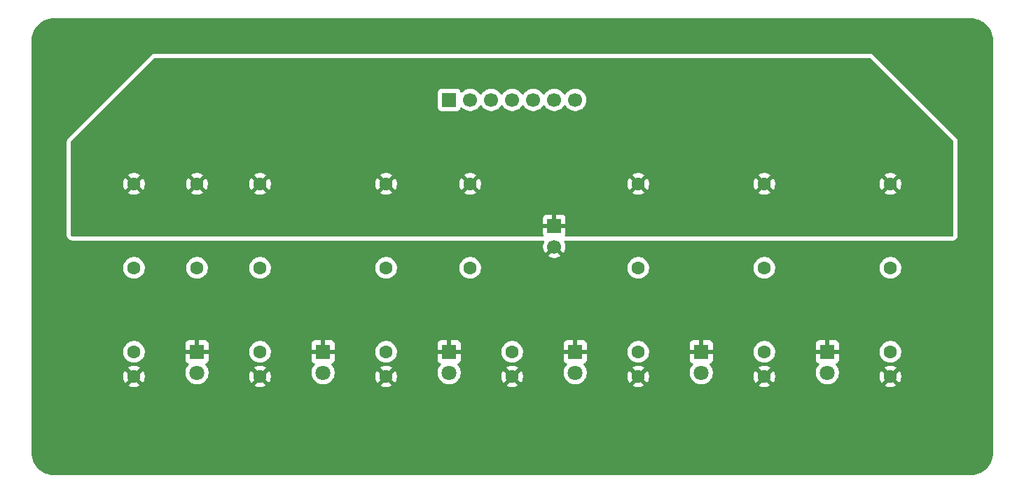
<source format=gbr>
%TF.GenerationSoftware,KiCad,Pcbnew,9.0.4*%
%TF.CreationDate,2026-02-02T12:57:02-08:00*%
%TF.ProjectId,LDR_Board,4c44525f-426f-4617-9264-2e6b69636164,rev?*%
%TF.SameCoordinates,Original*%
%TF.FileFunction,Copper,L2,Bot*%
%TF.FilePolarity,Positive*%
%FSLAX46Y46*%
G04 Gerber Fmt 4.6, Leading zero omitted, Abs format (unit mm)*
G04 Created by KiCad (PCBNEW 9.0.4) date 2026-02-02 12:57:02*
%MOMM*%
%LPD*%
G01*
G04 APERTURE LIST*
%TA.AperFunction,ComponentPad*%
%ADD10C,1.600000*%
%TD*%
%TA.AperFunction,ComponentPad*%
%ADD11R,1.700000X1.700000*%
%TD*%
%TA.AperFunction,ComponentPad*%
%ADD12C,1.700000*%
%TD*%
%TA.AperFunction,ComponentPad*%
%ADD13C,6.400000*%
%TD*%
%TA.AperFunction,ComponentPad*%
%ADD14R,1.800000X1.800000*%
%TD*%
%TA.AperFunction,ComponentPad*%
%ADD15C,1.800000*%
%TD*%
G04 APERTURE END LIST*
D10*
%TO.P,R13,1*%
%TO.N,/A13*%
X185420000Y-111760000D03*
%TO.P,R13,2*%
%TO.N,GND*%
X185420000Y-114760000D03*
%TD*%
D11*
%TO.P,J1,1,Pin_1*%
%TO.N,/A8*%
X147320000Y-81280000D03*
D12*
%TO.P,J1,2,Pin_2*%
%TO.N,/A9*%
X149860000Y-81280000D03*
%TO.P,J1,3,Pin_3*%
%TO.N,/A10*%
X152400000Y-81280000D03*
%TO.P,J1,4,Pin_4*%
%TO.N,/A11*%
X154940000Y-81280000D03*
%TO.P,J1,5,Pin_5*%
%TO.N,/A12*%
X157480000Y-81280000D03*
%TO.P,J1,6,Pin_6*%
%TO.N,/A13*%
X160020000Y-81280000D03*
%TO.P,J1,7,Pin_7*%
%TO.N,/A14*%
X162560000Y-81280000D03*
%TD*%
D10*
%TO.P,R7,1*%
%TO.N,VCC*%
X200660000Y-91440000D03*
%TO.P,R7,2*%
%TO.N,/A14*%
X200660000Y-101600000D03*
%TD*%
%TO.P,R8,1*%
%TO.N,/A8*%
X109220000Y-111760000D03*
%TO.P,R8,2*%
%TO.N,GND*%
X109220000Y-114760000D03*
%TD*%
%TO.P,R10,1*%
%TO.N,/A10*%
X139700000Y-111760000D03*
%TO.P,R10,2*%
%TO.N,GND*%
X139700000Y-114760000D03*
%TD*%
%TO.P,R5,1*%
%TO.N,VCC*%
X170180000Y-91440000D03*
%TO.P,R5,2*%
%TO.N,/A12*%
X170180000Y-101600000D03*
%TD*%
%TO.P,R1,1*%
%TO.N,VCC*%
X116840000Y-91440000D03*
%TO.P,R1,2*%
%TO.N,/A8*%
X116840000Y-101600000D03*
%TD*%
%TO.P,R11,1*%
%TO.N,/A11*%
X154940000Y-111760000D03*
%TO.P,R11,2*%
%TO.N,GND*%
X154940000Y-114760000D03*
%TD*%
%TO.P,R14,1*%
%TO.N,/A14*%
X200660000Y-111760000D03*
%TO.P,R14,2*%
%TO.N,GND*%
X200660000Y-114760000D03*
%TD*%
D13*
%TO.P,H1,1,1*%
%TO.N,GND*%
X101600000Y-121920000D03*
%TD*%
D10*
%TO.P,R3,1*%
%TO.N,VCC*%
X139700000Y-91440000D03*
%TO.P,R3,2*%
%TO.N,/A10*%
X139700000Y-101600000D03*
%TD*%
D14*
%TO.P,D3,1,K*%
%TO.N,GND*%
X147320000Y-111760000D03*
D15*
%TO.P,D3,2,A*%
%TO.N,Net-(D1-A)*%
X147320000Y-114300000D03*
%TD*%
D14*
%TO.P,D5,1,K*%
%TO.N,GND*%
X177800000Y-111760000D03*
D15*
%TO.P,D5,2,A*%
%TO.N,Net-(D1-A)*%
X177800000Y-114300000D03*
%TD*%
D13*
%TO.P,H2,1,1*%
%TO.N,GND*%
X101600000Y-76200000D03*
%TD*%
D10*
%TO.P,R4,1*%
%TO.N,VCC*%
X149860000Y-91440000D03*
%TO.P,R4,2*%
%TO.N,/A11*%
X149860000Y-101600000D03*
%TD*%
D14*
%TO.P,D1,1,K*%
%TO.N,GND*%
X116840000Y-111760000D03*
D15*
%TO.P,D1,2,A*%
%TO.N,Net-(D1-A)*%
X116840000Y-114300000D03*
%TD*%
D14*
%TO.P,D6,1,K*%
%TO.N,GND*%
X193040000Y-111760000D03*
D15*
%TO.P,D6,2,A*%
%TO.N,Net-(D1-A)*%
X193040000Y-114300000D03*
%TD*%
D10*
%TO.P,R9,1*%
%TO.N,/A9*%
X124460000Y-111760000D03*
%TO.P,R9,2*%
%TO.N,GND*%
X124460000Y-114760000D03*
%TD*%
D14*
%TO.P,D2,1,K*%
%TO.N,GND*%
X132080000Y-111760000D03*
D15*
%TO.P,D2,2,A*%
%TO.N,Net-(D1-A)*%
X132080000Y-114300000D03*
%TD*%
D10*
%TO.P,R12,1*%
%TO.N,/A12*%
X170180000Y-111760000D03*
%TO.P,R12,2*%
%TO.N,GND*%
X170180000Y-114760000D03*
%TD*%
%TO.P,R6,1*%
%TO.N,VCC*%
X185420000Y-91440000D03*
%TO.P,R6,2*%
%TO.N,/A13*%
X185420000Y-101600000D03*
%TD*%
D13*
%TO.P,H4,1,1*%
%TO.N,GND*%
X208280000Y-121920000D03*
%TD*%
D10*
%TO.P,R2,1*%
%TO.N,VCC*%
X124460000Y-91440000D03*
%TO.P,R2,2*%
%TO.N,/A9*%
X124460000Y-101600000D03*
%TD*%
%TO.P,R15,1*%
%TO.N,VCC*%
X109220000Y-91440000D03*
%TO.P,R15,2*%
%TO.N,Net-(D1-A)*%
X109220000Y-101600000D03*
%TD*%
D14*
%TO.P,D4,1,K*%
%TO.N,GND*%
X162560000Y-111760000D03*
D15*
%TO.P,D4,2,A*%
%TO.N,Net-(D1-A)*%
X162560000Y-114300000D03*
%TD*%
D13*
%TO.P,H3,1,1*%
%TO.N,GND*%
X208280000Y-76200000D03*
%TD*%
D11*
%TO.P,J2,1,Pin_1*%
%TO.N,VCC*%
X160020000Y-96520000D03*
D12*
%TO.P,J2,2,Pin_2*%
%TO.N,GND*%
X160020000Y-99060000D03*
%TD*%
%TA.AperFunction,Conductor*%
%TO.N,VCC*%
G36*
X198215677Y-76219685D02*
G01*
X198236319Y-76236319D01*
X208243681Y-86243681D01*
X208277166Y-86305004D01*
X208280000Y-86331362D01*
X208280000Y-97666000D01*
X208260315Y-97733039D01*
X208207511Y-97778794D01*
X208156000Y-97790000D01*
X161425198Y-97790000D01*
X161358159Y-97770315D01*
X161312404Y-97717511D01*
X161302460Y-97648353D01*
X161311595Y-97620899D01*
X161310254Y-97620399D01*
X161363596Y-97477379D01*
X161363598Y-97477372D01*
X161369999Y-97417844D01*
X161370000Y-97417827D01*
X161370000Y-96770000D01*
X160453012Y-96770000D01*
X160485925Y-96712993D01*
X160520000Y-96585826D01*
X160520000Y-96454174D01*
X160485925Y-96327007D01*
X160453012Y-96270000D01*
X161370000Y-96270000D01*
X161370000Y-95622172D01*
X161369999Y-95622155D01*
X161363598Y-95562627D01*
X161363596Y-95562620D01*
X161313354Y-95427913D01*
X161313350Y-95427906D01*
X161227190Y-95312812D01*
X161227187Y-95312809D01*
X161112093Y-95226649D01*
X161112086Y-95226645D01*
X160977379Y-95176403D01*
X160977372Y-95176401D01*
X160917844Y-95170000D01*
X160270000Y-95170000D01*
X160270000Y-96086988D01*
X160212993Y-96054075D01*
X160085826Y-96020000D01*
X159954174Y-96020000D01*
X159827007Y-96054075D01*
X159770000Y-96086988D01*
X159770000Y-95170000D01*
X159122155Y-95170000D01*
X159062627Y-95176401D01*
X159062620Y-95176403D01*
X158927913Y-95226645D01*
X158927906Y-95226649D01*
X158812812Y-95312809D01*
X158812809Y-95312812D01*
X158726649Y-95427906D01*
X158726645Y-95427913D01*
X158676403Y-95562620D01*
X158676401Y-95562627D01*
X158670000Y-95622155D01*
X158670000Y-96270000D01*
X159586988Y-96270000D01*
X159554075Y-96327007D01*
X159520000Y-96454174D01*
X159520000Y-96585826D01*
X159554075Y-96712993D01*
X159586988Y-96770000D01*
X158670000Y-96770000D01*
X158670000Y-97417844D01*
X158676401Y-97477372D01*
X158676403Y-97477379D01*
X158729746Y-97620399D01*
X158726877Y-97621468D01*
X158738485Y-97674864D01*
X158714058Y-97740325D01*
X158658119Y-97782188D01*
X158614802Y-97790000D01*
X101724000Y-97790000D01*
X101656961Y-97770315D01*
X101611206Y-97717511D01*
X101600000Y-97666000D01*
X101600000Y-91337682D01*
X107920000Y-91337682D01*
X107920000Y-91542317D01*
X107952009Y-91744417D01*
X108015244Y-91939031D01*
X108108141Y-92121350D01*
X108108147Y-92121359D01*
X108140523Y-92165921D01*
X108140524Y-92165922D01*
X108820000Y-91486446D01*
X108820000Y-91492661D01*
X108847259Y-91594394D01*
X108899920Y-91685606D01*
X108974394Y-91760080D01*
X109065606Y-91812741D01*
X109167339Y-91840000D01*
X109173553Y-91840000D01*
X108494076Y-92519474D01*
X108538650Y-92551859D01*
X108720968Y-92644755D01*
X108915582Y-92707990D01*
X109117683Y-92740000D01*
X109322317Y-92740000D01*
X109524417Y-92707990D01*
X109719031Y-92644755D01*
X109901349Y-92551859D01*
X109945921Y-92519474D01*
X109266447Y-91840000D01*
X109272661Y-91840000D01*
X109374394Y-91812741D01*
X109465606Y-91760080D01*
X109540080Y-91685606D01*
X109592741Y-91594394D01*
X109620000Y-91492661D01*
X109620000Y-91486448D01*
X110299474Y-92165922D01*
X110299474Y-92165921D01*
X110331859Y-92121349D01*
X110424755Y-91939031D01*
X110487990Y-91744417D01*
X110520000Y-91542317D01*
X110520000Y-91337682D01*
X115540000Y-91337682D01*
X115540000Y-91542317D01*
X115572009Y-91744417D01*
X115635244Y-91939031D01*
X115728141Y-92121350D01*
X115728147Y-92121359D01*
X115760523Y-92165921D01*
X115760524Y-92165922D01*
X116440000Y-91486446D01*
X116440000Y-91492661D01*
X116467259Y-91594394D01*
X116519920Y-91685606D01*
X116594394Y-91760080D01*
X116685606Y-91812741D01*
X116787339Y-91840000D01*
X116793553Y-91840000D01*
X116114076Y-92519474D01*
X116158650Y-92551859D01*
X116340968Y-92644755D01*
X116535582Y-92707990D01*
X116737683Y-92740000D01*
X116942317Y-92740000D01*
X117144417Y-92707990D01*
X117339031Y-92644755D01*
X117521349Y-92551859D01*
X117565921Y-92519474D01*
X116886447Y-91840000D01*
X116892661Y-91840000D01*
X116994394Y-91812741D01*
X117085606Y-91760080D01*
X117160080Y-91685606D01*
X117212741Y-91594394D01*
X117240000Y-91492661D01*
X117240000Y-91486448D01*
X117919474Y-92165922D01*
X117919474Y-92165921D01*
X117951859Y-92121349D01*
X118044755Y-91939031D01*
X118107990Y-91744417D01*
X118140000Y-91542317D01*
X118140000Y-91337682D01*
X123160000Y-91337682D01*
X123160000Y-91542317D01*
X123192009Y-91744417D01*
X123255244Y-91939031D01*
X123348141Y-92121350D01*
X123348147Y-92121359D01*
X123380523Y-92165921D01*
X123380524Y-92165922D01*
X124060000Y-91486446D01*
X124060000Y-91492661D01*
X124087259Y-91594394D01*
X124139920Y-91685606D01*
X124214394Y-91760080D01*
X124305606Y-91812741D01*
X124407339Y-91840000D01*
X124413553Y-91840000D01*
X123734076Y-92519474D01*
X123778650Y-92551859D01*
X123960968Y-92644755D01*
X124155582Y-92707990D01*
X124357683Y-92740000D01*
X124562317Y-92740000D01*
X124764417Y-92707990D01*
X124959031Y-92644755D01*
X125141349Y-92551859D01*
X125185921Y-92519474D01*
X124506447Y-91840000D01*
X124512661Y-91840000D01*
X124614394Y-91812741D01*
X124705606Y-91760080D01*
X124780080Y-91685606D01*
X124832741Y-91594394D01*
X124860000Y-91492661D01*
X124860000Y-91486448D01*
X125539474Y-92165922D01*
X125539474Y-92165921D01*
X125571859Y-92121349D01*
X125664755Y-91939031D01*
X125727990Y-91744417D01*
X125760000Y-91542317D01*
X125760000Y-91337682D01*
X138400000Y-91337682D01*
X138400000Y-91542317D01*
X138432009Y-91744417D01*
X138495244Y-91939031D01*
X138588141Y-92121350D01*
X138588147Y-92121359D01*
X138620523Y-92165921D01*
X138620524Y-92165922D01*
X139300000Y-91486446D01*
X139300000Y-91492661D01*
X139327259Y-91594394D01*
X139379920Y-91685606D01*
X139454394Y-91760080D01*
X139545606Y-91812741D01*
X139647339Y-91840000D01*
X139653553Y-91840000D01*
X138974076Y-92519474D01*
X139018650Y-92551859D01*
X139200968Y-92644755D01*
X139395582Y-92707990D01*
X139597683Y-92740000D01*
X139802317Y-92740000D01*
X140004417Y-92707990D01*
X140199031Y-92644755D01*
X140381349Y-92551859D01*
X140425921Y-92519474D01*
X139746447Y-91840000D01*
X139752661Y-91840000D01*
X139854394Y-91812741D01*
X139945606Y-91760080D01*
X140020080Y-91685606D01*
X140072741Y-91594394D01*
X140100000Y-91492661D01*
X140100000Y-91486448D01*
X140779474Y-92165922D01*
X140779474Y-92165921D01*
X140811859Y-92121349D01*
X140904755Y-91939031D01*
X140967990Y-91744417D01*
X141000000Y-91542317D01*
X141000000Y-91337682D01*
X148560000Y-91337682D01*
X148560000Y-91542317D01*
X148592009Y-91744417D01*
X148655244Y-91939031D01*
X148748141Y-92121350D01*
X148748147Y-92121359D01*
X148780523Y-92165921D01*
X148780524Y-92165922D01*
X149460000Y-91486446D01*
X149460000Y-91492661D01*
X149487259Y-91594394D01*
X149539920Y-91685606D01*
X149614394Y-91760080D01*
X149705606Y-91812741D01*
X149807339Y-91840000D01*
X149813553Y-91840000D01*
X149134076Y-92519474D01*
X149178650Y-92551859D01*
X149360968Y-92644755D01*
X149555582Y-92707990D01*
X149757683Y-92740000D01*
X149962317Y-92740000D01*
X150164417Y-92707990D01*
X150359031Y-92644755D01*
X150541349Y-92551859D01*
X150585921Y-92519474D01*
X149906447Y-91840000D01*
X149912661Y-91840000D01*
X150014394Y-91812741D01*
X150105606Y-91760080D01*
X150180080Y-91685606D01*
X150232741Y-91594394D01*
X150260000Y-91492661D01*
X150260000Y-91486447D01*
X150939474Y-92165921D01*
X150971859Y-92121349D01*
X151064755Y-91939031D01*
X151127990Y-91744417D01*
X151160000Y-91542317D01*
X151160000Y-91337682D01*
X168880000Y-91337682D01*
X168880000Y-91542317D01*
X168912009Y-91744417D01*
X168975244Y-91939031D01*
X169068141Y-92121350D01*
X169068147Y-92121359D01*
X169100523Y-92165921D01*
X169100524Y-92165922D01*
X169780000Y-91486446D01*
X169780000Y-91492661D01*
X169807259Y-91594394D01*
X169859920Y-91685606D01*
X169934394Y-91760080D01*
X170025606Y-91812741D01*
X170127339Y-91840000D01*
X170133553Y-91840000D01*
X169454076Y-92519474D01*
X169498650Y-92551859D01*
X169680968Y-92644755D01*
X169875582Y-92707990D01*
X170077683Y-92740000D01*
X170282317Y-92740000D01*
X170484417Y-92707990D01*
X170679031Y-92644755D01*
X170861349Y-92551859D01*
X170905921Y-92519474D01*
X170226447Y-91840000D01*
X170232661Y-91840000D01*
X170334394Y-91812741D01*
X170425606Y-91760080D01*
X170500080Y-91685606D01*
X170552741Y-91594394D01*
X170580000Y-91492661D01*
X170580000Y-91486448D01*
X171259474Y-92165922D01*
X171259474Y-92165921D01*
X171291859Y-92121349D01*
X171384755Y-91939031D01*
X171447990Y-91744417D01*
X171480000Y-91542317D01*
X171480000Y-91337682D01*
X184120000Y-91337682D01*
X184120000Y-91542317D01*
X184152009Y-91744417D01*
X184215244Y-91939031D01*
X184308141Y-92121350D01*
X184308147Y-92121359D01*
X184340523Y-92165921D01*
X184340524Y-92165922D01*
X185020000Y-91486446D01*
X185020000Y-91492661D01*
X185047259Y-91594394D01*
X185099920Y-91685606D01*
X185174394Y-91760080D01*
X185265606Y-91812741D01*
X185367339Y-91840000D01*
X185373553Y-91840000D01*
X184694076Y-92519474D01*
X184738650Y-92551859D01*
X184920968Y-92644755D01*
X185115582Y-92707990D01*
X185317683Y-92740000D01*
X185522317Y-92740000D01*
X185724417Y-92707990D01*
X185919031Y-92644755D01*
X186101349Y-92551859D01*
X186145921Y-92519474D01*
X185466447Y-91840000D01*
X185472661Y-91840000D01*
X185574394Y-91812741D01*
X185665606Y-91760080D01*
X185740080Y-91685606D01*
X185792741Y-91594394D01*
X185820000Y-91492661D01*
X185820000Y-91486448D01*
X186499474Y-92165922D01*
X186499474Y-92165921D01*
X186531859Y-92121349D01*
X186624755Y-91939031D01*
X186687990Y-91744417D01*
X186720000Y-91542317D01*
X186720000Y-91337682D01*
X199360000Y-91337682D01*
X199360000Y-91542317D01*
X199392009Y-91744417D01*
X199455244Y-91939031D01*
X199548141Y-92121350D01*
X199548147Y-92121359D01*
X199580523Y-92165921D01*
X199580524Y-92165922D01*
X200260000Y-91486446D01*
X200260000Y-91492661D01*
X200287259Y-91594394D01*
X200339920Y-91685606D01*
X200414394Y-91760080D01*
X200505606Y-91812741D01*
X200607339Y-91840000D01*
X200613553Y-91840000D01*
X199934076Y-92519474D01*
X199978650Y-92551859D01*
X200160968Y-92644755D01*
X200355582Y-92707990D01*
X200557683Y-92740000D01*
X200762317Y-92740000D01*
X200964417Y-92707990D01*
X201159031Y-92644755D01*
X201341349Y-92551859D01*
X201385921Y-92519474D01*
X200706447Y-91840000D01*
X200712661Y-91840000D01*
X200814394Y-91812741D01*
X200905606Y-91760080D01*
X200980080Y-91685606D01*
X201032741Y-91594394D01*
X201060000Y-91492661D01*
X201060000Y-91486447D01*
X201739474Y-92165921D01*
X201771859Y-92121349D01*
X201864755Y-91939031D01*
X201927990Y-91744417D01*
X201960000Y-91542317D01*
X201960000Y-91337682D01*
X201927990Y-91135582D01*
X201864755Y-90940968D01*
X201771859Y-90758650D01*
X201739474Y-90714077D01*
X201739474Y-90714076D01*
X201060000Y-91393551D01*
X201060000Y-91387339D01*
X201032741Y-91285606D01*
X200980080Y-91194394D01*
X200905606Y-91119920D01*
X200814394Y-91067259D01*
X200712661Y-91040000D01*
X200706446Y-91040000D01*
X201385922Y-90360524D01*
X201385921Y-90360523D01*
X201341359Y-90328147D01*
X201341350Y-90328141D01*
X201159031Y-90235244D01*
X200964417Y-90172009D01*
X200762317Y-90140000D01*
X200557683Y-90140000D01*
X200355582Y-90172009D01*
X200160968Y-90235244D01*
X199978644Y-90328143D01*
X199934077Y-90360523D01*
X199934077Y-90360524D01*
X200613554Y-91040000D01*
X200607339Y-91040000D01*
X200505606Y-91067259D01*
X200414394Y-91119920D01*
X200339920Y-91194394D01*
X200287259Y-91285606D01*
X200260000Y-91387339D01*
X200260000Y-91393553D01*
X199580524Y-90714077D01*
X199580523Y-90714077D01*
X199548143Y-90758644D01*
X199455244Y-90940968D01*
X199392009Y-91135582D01*
X199360000Y-91337682D01*
X186720000Y-91337682D01*
X186687990Y-91135582D01*
X186624755Y-90940968D01*
X186531859Y-90758650D01*
X186499474Y-90714077D01*
X186499474Y-90714076D01*
X185820000Y-91393551D01*
X185820000Y-91387339D01*
X185792741Y-91285606D01*
X185740080Y-91194394D01*
X185665606Y-91119920D01*
X185574394Y-91067259D01*
X185472661Y-91040000D01*
X185466446Y-91040000D01*
X186145922Y-90360524D01*
X186145921Y-90360523D01*
X186101359Y-90328147D01*
X186101350Y-90328141D01*
X185919031Y-90235244D01*
X185724417Y-90172009D01*
X185522317Y-90140000D01*
X185317683Y-90140000D01*
X185115582Y-90172009D01*
X184920968Y-90235244D01*
X184738644Y-90328143D01*
X184694077Y-90360523D01*
X184694077Y-90360524D01*
X185373554Y-91040000D01*
X185367339Y-91040000D01*
X185265606Y-91067259D01*
X185174394Y-91119920D01*
X185099920Y-91194394D01*
X185047259Y-91285606D01*
X185020000Y-91387339D01*
X185020000Y-91393553D01*
X184340524Y-90714077D01*
X184340523Y-90714077D01*
X184308143Y-90758644D01*
X184215244Y-90940968D01*
X184152009Y-91135582D01*
X184120000Y-91337682D01*
X171480000Y-91337682D01*
X171447990Y-91135582D01*
X171384755Y-90940968D01*
X171291859Y-90758650D01*
X171259474Y-90714077D01*
X171259474Y-90714076D01*
X170580000Y-91393551D01*
X170580000Y-91387339D01*
X170552741Y-91285606D01*
X170500080Y-91194394D01*
X170425606Y-91119920D01*
X170334394Y-91067259D01*
X170232661Y-91040000D01*
X170226446Y-91040000D01*
X170905922Y-90360524D01*
X170905921Y-90360523D01*
X170861359Y-90328147D01*
X170861350Y-90328141D01*
X170679031Y-90235244D01*
X170484417Y-90172009D01*
X170282317Y-90140000D01*
X170077683Y-90140000D01*
X169875582Y-90172009D01*
X169680968Y-90235244D01*
X169498644Y-90328143D01*
X169454077Y-90360523D01*
X169454077Y-90360524D01*
X170133554Y-91040000D01*
X170127339Y-91040000D01*
X170025606Y-91067259D01*
X169934394Y-91119920D01*
X169859920Y-91194394D01*
X169807259Y-91285606D01*
X169780000Y-91387339D01*
X169780000Y-91393553D01*
X169100524Y-90714077D01*
X169100523Y-90714077D01*
X169068143Y-90758644D01*
X168975244Y-90940968D01*
X168912009Y-91135582D01*
X168880000Y-91337682D01*
X151160000Y-91337682D01*
X151127990Y-91135582D01*
X151064755Y-90940968D01*
X150971859Y-90758650D01*
X150939474Y-90714077D01*
X150939474Y-90714076D01*
X150260000Y-91393551D01*
X150260000Y-91387339D01*
X150232741Y-91285606D01*
X150180080Y-91194394D01*
X150105606Y-91119920D01*
X150014394Y-91067259D01*
X149912661Y-91040000D01*
X149906446Y-91040000D01*
X150585922Y-90360524D01*
X150585921Y-90360523D01*
X150541359Y-90328147D01*
X150541350Y-90328141D01*
X150359031Y-90235244D01*
X150164417Y-90172009D01*
X149962317Y-90140000D01*
X149757683Y-90140000D01*
X149555582Y-90172009D01*
X149360968Y-90235244D01*
X149178644Y-90328143D01*
X149134077Y-90360523D01*
X149134077Y-90360524D01*
X149813554Y-91040000D01*
X149807339Y-91040000D01*
X149705606Y-91067259D01*
X149614394Y-91119920D01*
X149539920Y-91194394D01*
X149487259Y-91285606D01*
X149460000Y-91387339D01*
X149460000Y-91393553D01*
X148780524Y-90714077D01*
X148780523Y-90714077D01*
X148748143Y-90758644D01*
X148655244Y-90940968D01*
X148592009Y-91135582D01*
X148560000Y-91337682D01*
X141000000Y-91337682D01*
X140967990Y-91135582D01*
X140904755Y-90940968D01*
X140811859Y-90758650D01*
X140779474Y-90714077D01*
X140779474Y-90714076D01*
X140100000Y-91393551D01*
X140100000Y-91387339D01*
X140072741Y-91285606D01*
X140020080Y-91194394D01*
X139945606Y-91119920D01*
X139854394Y-91067259D01*
X139752661Y-91040000D01*
X139746446Y-91040000D01*
X140425922Y-90360524D01*
X140425921Y-90360523D01*
X140381359Y-90328147D01*
X140381350Y-90328141D01*
X140199031Y-90235244D01*
X140004417Y-90172009D01*
X139802317Y-90140000D01*
X139597683Y-90140000D01*
X139395582Y-90172009D01*
X139200968Y-90235244D01*
X139018644Y-90328143D01*
X138974077Y-90360523D01*
X138974077Y-90360524D01*
X139653554Y-91040000D01*
X139647339Y-91040000D01*
X139545606Y-91067259D01*
X139454394Y-91119920D01*
X139379920Y-91194394D01*
X139327259Y-91285606D01*
X139300000Y-91387339D01*
X139300000Y-91393553D01*
X138620524Y-90714077D01*
X138620523Y-90714077D01*
X138588143Y-90758644D01*
X138495244Y-90940968D01*
X138432009Y-91135582D01*
X138400000Y-91337682D01*
X125760000Y-91337682D01*
X125727990Y-91135582D01*
X125664755Y-90940968D01*
X125571859Y-90758650D01*
X125539474Y-90714077D01*
X125539474Y-90714076D01*
X124860000Y-91393551D01*
X124860000Y-91387339D01*
X124832741Y-91285606D01*
X124780080Y-91194394D01*
X124705606Y-91119920D01*
X124614394Y-91067259D01*
X124512661Y-91040000D01*
X124506446Y-91040000D01*
X125185922Y-90360524D01*
X125185921Y-90360523D01*
X125141359Y-90328147D01*
X125141350Y-90328141D01*
X124959031Y-90235244D01*
X124764417Y-90172009D01*
X124562317Y-90140000D01*
X124357683Y-90140000D01*
X124155582Y-90172009D01*
X123960968Y-90235244D01*
X123778644Y-90328143D01*
X123734077Y-90360523D01*
X123734077Y-90360524D01*
X124413554Y-91040000D01*
X124407339Y-91040000D01*
X124305606Y-91067259D01*
X124214394Y-91119920D01*
X124139920Y-91194394D01*
X124087259Y-91285606D01*
X124060000Y-91387339D01*
X124060000Y-91393553D01*
X123380524Y-90714077D01*
X123380523Y-90714077D01*
X123348143Y-90758644D01*
X123255244Y-90940968D01*
X123192009Y-91135582D01*
X123160000Y-91337682D01*
X118140000Y-91337682D01*
X118107990Y-91135582D01*
X118044755Y-90940968D01*
X117951859Y-90758650D01*
X117919474Y-90714077D01*
X117919474Y-90714076D01*
X117240000Y-91393551D01*
X117240000Y-91387339D01*
X117212741Y-91285606D01*
X117160080Y-91194394D01*
X117085606Y-91119920D01*
X116994394Y-91067259D01*
X116892661Y-91040000D01*
X116886446Y-91040000D01*
X117565922Y-90360524D01*
X117565921Y-90360523D01*
X117521359Y-90328147D01*
X117521350Y-90328141D01*
X117339031Y-90235244D01*
X117144417Y-90172009D01*
X116942317Y-90140000D01*
X116737683Y-90140000D01*
X116535582Y-90172009D01*
X116340968Y-90235244D01*
X116158644Y-90328143D01*
X116114077Y-90360523D01*
X116114077Y-90360524D01*
X116793554Y-91040000D01*
X116787339Y-91040000D01*
X116685606Y-91067259D01*
X116594394Y-91119920D01*
X116519920Y-91194394D01*
X116467259Y-91285606D01*
X116440000Y-91387339D01*
X116440000Y-91393553D01*
X115760524Y-90714077D01*
X115760523Y-90714077D01*
X115728143Y-90758644D01*
X115635244Y-90940968D01*
X115572009Y-91135582D01*
X115540000Y-91337682D01*
X110520000Y-91337682D01*
X110487990Y-91135582D01*
X110424755Y-90940968D01*
X110331859Y-90758650D01*
X110299474Y-90714077D01*
X110299474Y-90714076D01*
X109620000Y-91393551D01*
X109620000Y-91387339D01*
X109592741Y-91285606D01*
X109540080Y-91194394D01*
X109465606Y-91119920D01*
X109374394Y-91067259D01*
X109272661Y-91040000D01*
X109266446Y-91040000D01*
X109945922Y-90360524D01*
X109945921Y-90360523D01*
X109901359Y-90328147D01*
X109901350Y-90328141D01*
X109719031Y-90235244D01*
X109524417Y-90172009D01*
X109322317Y-90140000D01*
X109117683Y-90140000D01*
X108915582Y-90172009D01*
X108720968Y-90235244D01*
X108538644Y-90328143D01*
X108494077Y-90360523D01*
X108494077Y-90360524D01*
X109173554Y-91040000D01*
X109167339Y-91040000D01*
X109065606Y-91067259D01*
X108974394Y-91119920D01*
X108899920Y-91194394D01*
X108847259Y-91285606D01*
X108820000Y-91387339D01*
X108820000Y-91393553D01*
X108140524Y-90714077D01*
X108140523Y-90714077D01*
X108108143Y-90758644D01*
X108015244Y-90940968D01*
X107952009Y-91135582D01*
X107920000Y-91337682D01*
X101600000Y-91337682D01*
X101600000Y-86331362D01*
X101619685Y-86264323D01*
X101636319Y-86243681D01*
X107497865Y-80382135D01*
X145969500Y-80382135D01*
X145969500Y-82177870D01*
X145969501Y-82177876D01*
X145975908Y-82237483D01*
X146026202Y-82372328D01*
X146026206Y-82372335D01*
X146112452Y-82487544D01*
X146112455Y-82487547D01*
X146227664Y-82573793D01*
X146227671Y-82573797D01*
X146362517Y-82624091D01*
X146362516Y-82624091D01*
X146369444Y-82624835D01*
X146422127Y-82630500D01*
X148217872Y-82630499D01*
X148277483Y-82624091D01*
X148412331Y-82573796D01*
X148527546Y-82487546D01*
X148613796Y-82372331D01*
X148662810Y-82240916D01*
X148704681Y-82184984D01*
X148770145Y-82160566D01*
X148838418Y-82175417D01*
X148866673Y-82196569D01*
X148980213Y-82310109D01*
X149152179Y-82435048D01*
X149152181Y-82435049D01*
X149152184Y-82435051D01*
X149341588Y-82531557D01*
X149543757Y-82597246D01*
X149753713Y-82630500D01*
X149753714Y-82630500D01*
X149966286Y-82630500D01*
X149966287Y-82630500D01*
X150176243Y-82597246D01*
X150378412Y-82531557D01*
X150567816Y-82435051D01*
X150654138Y-82372335D01*
X150739786Y-82310109D01*
X150739788Y-82310106D01*
X150739792Y-82310104D01*
X150890104Y-82159792D01*
X150890106Y-82159788D01*
X150890109Y-82159786D01*
X151015048Y-81987820D01*
X151015047Y-81987820D01*
X151015051Y-81987816D01*
X151019514Y-81979054D01*
X151067488Y-81928259D01*
X151135308Y-81911463D01*
X151201444Y-81933999D01*
X151240486Y-81979056D01*
X151244951Y-81987820D01*
X151369890Y-82159786D01*
X151520213Y-82310109D01*
X151692179Y-82435048D01*
X151692181Y-82435049D01*
X151692184Y-82435051D01*
X151881588Y-82531557D01*
X152083757Y-82597246D01*
X152293713Y-82630500D01*
X152293714Y-82630500D01*
X152506286Y-82630500D01*
X152506287Y-82630500D01*
X152716243Y-82597246D01*
X152918412Y-82531557D01*
X153107816Y-82435051D01*
X153194138Y-82372335D01*
X153279786Y-82310109D01*
X153279788Y-82310106D01*
X153279792Y-82310104D01*
X153430104Y-82159792D01*
X153430106Y-82159788D01*
X153430109Y-82159786D01*
X153555048Y-81987820D01*
X153555047Y-81987820D01*
X153555051Y-81987816D01*
X153559514Y-81979054D01*
X153607488Y-81928259D01*
X153675308Y-81911463D01*
X153741444Y-81933999D01*
X153780486Y-81979056D01*
X153784951Y-81987820D01*
X153909890Y-82159786D01*
X154060213Y-82310109D01*
X154232179Y-82435048D01*
X154232181Y-82435049D01*
X154232184Y-82435051D01*
X154421588Y-82531557D01*
X154623757Y-82597246D01*
X154833713Y-82630500D01*
X154833714Y-82630500D01*
X155046286Y-82630500D01*
X155046287Y-82630500D01*
X155256243Y-82597246D01*
X155458412Y-82531557D01*
X155647816Y-82435051D01*
X155734138Y-82372335D01*
X155819786Y-82310109D01*
X155819788Y-82310106D01*
X155819792Y-82310104D01*
X155970104Y-82159792D01*
X155970106Y-82159788D01*
X155970109Y-82159786D01*
X156095048Y-81987820D01*
X156095047Y-81987820D01*
X156095051Y-81987816D01*
X156099514Y-81979054D01*
X156147488Y-81928259D01*
X156215308Y-81911463D01*
X156281444Y-81933999D01*
X156320486Y-81979056D01*
X156324951Y-81987820D01*
X156449890Y-82159786D01*
X156600213Y-82310109D01*
X156772179Y-82435048D01*
X156772181Y-82435049D01*
X156772184Y-82435051D01*
X156961588Y-82531557D01*
X157163757Y-82597246D01*
X157373713Y-82630500D01*
X157373714Y-82630500D01*
X157586286Y-82630500D01*
X157586287Y-82630500D01*
X157796243Y-82597246D01*
X157998412Y-82531557D01*
X158187816Y-82435051D01*
X158274138Y-82372335D01*
X158359786Y-82310109D01*
X158359788Y-82310106D01*
X158359792Y-82310104D01*
X158510104Y-82159792D01*
X158510106Y-82159788D01*
X158510109Y-82159786D01*
X158635048Y-81987820D01*
X158635047Y-81987820D01*
X158635051Y-81987816D01*
X158639514Y-81979054D01*
X158687488Y-81928259D01*
X158755308Y-81911463D01*
X158821444Y-81933999D01*
X158860486Y-81979056D01*
X158864951Y-81987820D01*
X158989890Y-82159786D01*
X159140213Y-82310109D01*
X159312179Y-82435048D01*
X159312181Y-82435049D01*
X159312184Y-82435051D01*
X159501588Y-82531557D01*
X159703757Y-82597246D01*
X159913713Y-82630500D01*
X159913714Y-82630500D01*
X160126286Y-82630500D01*
X160126287Y-82630500D01*
X160336243Y-82597246D01*
X160538412Y-82531557D01*
X160727816Y-82435051D01*
X160814138Y-82372335D01*
X160899786Y-82310109D01*
X160899788Y-82310106D01*
X160899792Y-82310104D01*
X161050104Y-82159792D01*
X161050106Y-82159788D01*
X161050109Y-82159786D01*
X161175048Y-81987820D01*
X161175047Y-81987820D01*
X161175051Y-81987816D01*
X161179514Y-81979054D01*
X161227488Y-81928259D01*
X161295308Y-81911463D01*
X161361444Y-81933999D01*
X161400486Y-81979056D01*
X161404951Y-81987820D01*
X161529890Y-82159786D01*
X161680213Y-82310109D01*
X161852179Y-82435048D01*
X161852181Y-82435049D01*
X161852184Y-82435051D01*
X162041588Y-82531557D01*
X162243757Y-82597246D01*
X162453713Y-82630500D01*
X162453714Y-82630500D01*
X162666286Y-82630500D01*
X162666287Y-82630500D01*
X162876243Y-82597246D01*
X163078412Y-82531557D01*
X163267816Y-82435051D01*
X163354138Y-82372335D01*
X163439786Y-82310109D01*
X163439788Y-82310106D01*
X163439792Y-82310104D01*
X163590104Y-82159792D01*
X163590106Y-82159788D01*
X163590109Y-82159786D01*
X163715048Y-81987820D01*
X163715047Y-81987820D01*
X163715051Y-81987816D01*
X163811557Y-81798412D01*
X163877246Y-81596243D01*
X163910500Y-81386287D01*
X163910500Y-81173713D01*
X163877246Y-80963757D01*
X163811557Y-80761588D01*
X163715051Y-80572184D01*
X163715049Y-80572181D01*
X163715048Y-80572179D01*
X163590109Y-80400213D01*
X163439786Y-80249890D01*
X163267820Y-80124951D01*
X163078414Y-80028444D01*
X163078413Y-80028443D01*
X163078412Y-80028443D01*
X162876243Y-79962754D01*
X162876241Y-79962753D01*
X162876240Y-79962753D01*
X162714957Y-79937208D01*
X162666287Y-79929500D01*
X162453713Y-79929500D01*
X162405042Y-79937208D01*
X162243760Y-79962753D01*
X162041585Y-80028444D01*
X161852179Y-80124951D01*
X161680213Y-80249890D01*
X161529890Y-80400213D01*
X161404949Y-80572182D01*
X161400484Y-80580946D01*
X161352509Y-80631742D01*
X161284688Y-80648536D01*
X161218553Y-80625998D01*
X161179516Y-80580946D01*
X161175050Y-80572182D01*
X161050109Y-80400213D01*
X160899786Y-80249890D01*
X160727820Y-80124951D01*
X160538414Y-80028444D01*
X160538413Y-80028443D01*
X160538412Y-80028443D01*
X160336243Y-79962754D01*
X160336241Y-79962753D01*
X160336240Y-79962753D01*
X160174957Y-79937208D01*
X160126287Y-79929500D01*
X159913713Y-79929500D01*
X159865042Y-79937208D01*
X159703760Y-79962753D01*
X159501585Y-80028444D01*
X159312179Y-80124951D01*
X159140213Y-80249890D01*
X158989890Y-80400213D01*
X158864949Y-80572182D01*
X158860484Y-80580946D01*
X158812509Y-80631742D01*
X158744688Y-80648536D01*
X158678553Y-80625998D01*
X158639516Y-80580946D01*
X158635050Y-80572182D01*
X158510109Y-80400213D01*
X158359786Y-80249890D01*
X158187820Y-80124951D01*
X157998414Y-80028444D01*
X157998413Y-80028443D01*
X157998412Y-80028443D01*
X157796243Y-79962754D01*
X157796241Y-79962753D01*
X157796240Y-79962753D01*
X157634957Y-79937208D01*
X157586287Y-79929500D01*
X157373713Y-79929500D01*
X157325042Y-79937208D01*
X157163760Y-79962753D01*
X156961585Y-80028444D01*
X156772179Y-80124951D01*
X156600213Y-80249890D01*
X156449890Y-80400213D01*
X156324949Y-80572182D01*
X156320484Y-80580946D01*
X156272509Y-80631742D01*
X156204688Y-80648536D01*
X156138553Y-80625998D01*
X156099516Y-80580946D01*
X156095050Y-80572182D01*
X155970109Y-80400213D01*
X155819786Y-80249890D01*
X155647820Y-80124951D01*
X155458414Y-80028444D01*
X155458413Y-80028443D01*
X155458412Y-80028443D01*
X155256243Y-79962754D01*
X155256241Y-79962753D01*
X155256240Y-79962753D01*
X155094957Y-79937208D01*
X155046287Y-79929500D01*
X154833713Y-79929500D01*
X154785042Y-79937208D01*
X154623760Y-79962753D01*
X154421585Y-80028444D01*
X154232179Y-80124951D01*
X154060213Y-80249890D01*
X153909890Y-80400213D01*
X153784949Y-80572182D01*
X153780484Y-80580946D01*
X153732509Y-80631742D01*
X153664688Y-80648536D01*
X153598553Y-80625998D01*
X153559516Y-80580946D01*
X153555050Y-80572182D01*
X153430109Y-80400213D01*
X153279786Y-80249890D01*
X153107820Y-80124951D01*
X152918414Y-80028444D01*
X152918413Y-80028443D01*
X152918412Y-80028443D01*
X152716243Y-79962754D01*
X152716241Y-79962753D01*
X152716240Y-79962753D01*
X152554957Y-79937208D01*
X152506287Y-79929500D01*
X152293713Y-79929500D01*
X152245042Y-79937208D01*
X152083760Y-79962753D01*
X151881585Y-80028444D01*
X151692179Y-80124951D01*
X151520213Y-80249890D01*
X151369890Y-80400213D01*
X151244949Y-80572182D01*
X151240484Y-80580946D01*
X151192509Y-80631742D01*
X151124688Y-80648536D01*
X151058553Y-80625998D01*
X151019516Y-80580946D01*
X151015050Y-80572182D01*
X150890109Y-80400213D01*
X150739786Y-80249890D01*
X150567820Y-80124951D01*
X150378414Y-80028444D01*
X150378413Y-80028443D01*
X150378412Y-80028443D01*
X150176243Y-79962754D01*
X150176241Y-79962753D01*
X150176240Y-79962753D01*
X150014957Y-79937208D01*
X149966287Y-79929500D01*
X149753713Y-79929500D01*
X149705042Y-79937208D01*
X149543760Y-79962753D01*
X149341585Y-80028444D01*
X149152179Y-80124951D01*
X148980215Y-80249889D01*
X148866673Y-80363431D01*
X148805350Y-80396915D01*
X148735658Y-80391931D01*
X148679725Y-80350059D01*
X148662810Y-80319082D01*
X148613797Y-80187671D01*
X148613793Y-80187664D01*
X148527547Y-80072455D01*
X148527544Y-80072452D01*
X148412335Y-79986206D01*
X148412328Y-79986202D01*
X148277482Y-79935908D01*
X148277483Y-79935908D01*
X148217883Y-79929501D01*
X148217881Y-79929500D01*
X148217873Y-79929500D01*
X148217864Y-79929500D01*
X146422129Y-79929500D01*
X146422123Y-79929501D01*
X146362516Y-79935908D01*
X146227671Y-79986202D01*
X146227664Y-79986206D01*
X146112455Y-80072452D01*
X146112452Y-80072455D01*
X146026206Y-80187664D01*
X146026202Y-80187671D01*
X145975908Y-80322517D01*
X145969501Y-80382116D01*
X145969500Y-80382135D01*
X107497865Y-80382135D01*
X111643681Y-76236319D01*
X111705004Y-76202834D01*
X111731362Y-76200000D01*
X198148638Y-76200000D01*
X198215677Y-76219685D01*
G37*
%TD.AperFunction*%
%TD*%
%TA.AperFunction,Conductor*%
%TO.N,GND*%
G36*
X210363472Y-71420695D02*
G01*
X210655306Y-71437084D01*
X210669103Y-71438638D01*
X210953827Y-71487015D01*
X210967384Y-71490109D01*
X211244899Y-71570060D01*
X211258025Y-71574653D01*
X211524841Y-71685172D01*
X211537355Y-71691198D01*
X211703444Y-71782992D01*
X211790125Y-71830899D01*
X211801899Y-71838297D01*
X212037430Y-72005415D01*
X212048302Y-72014085D01*
X212263642Y-72206524D01*
X212273475Y-72216357D01*
X212465914Y-72431697D01*
X212474584Y-72442569D01*
X212641702Y-72678100D01*
X212649100Y-72689874D01*
X212788797Y-72942637D01*
X212794830Y-72955165D01*
X212905346Y-73221975D01*
X212909939Y-73235100D01*
X212989890Y-73512615D01*
X212992984Y-73526172D01*
X213041359Y-73810885D01*
X213042916Y-73824703D01*
X213059305Y-74116527D01*
X213059500Y-74123480D01*
X213059500Y-123996519D01*
X213059305Y-124003472D01*
X213042916Y-124295296D01*
X213041359Y-124309114D01*
X212992984Y-124593827D01*
X212989890Y-124607384D01*
X212909939Y-124884899D01*
X212905346Y-124898024D01*
X212794830Y-125164834D01*
X212788797Y-125177362D01*
X212649100Y-125430125D01*
X212641702Y-125441899D01*
X212474584Y-125677430D01*
X212465914Y-125688302D01*
X212273475Y-125903642D01*
X212263642Y-125913475D01*
X212048302Y-126105914D01*
X212037430Y-126114584D01*
X211801899Y-126281702D01*
X211790125Y-126289100D01*
X211537362Y-126428797D01*
X211524834Y-126434830D01*
X211258024Y-126545346D01*
X211244899Y-126549939D01*
X210967384Y-126629890D01*
X210953827Y-126632984D01*
X210669114Y-126681359D01*
X210655296Y-126682916D01*
X210363472Y-126699305D01*
X210356519Y-126699500D01*
X99523481Y-126699500D01*
X99516528Y-126699305D01*
X99224703Y-126682916D01*
X99210885Y-126681359D01*
X98926172Y-126632984D01*
X98912615Y-126629890D01*
X98635100Y-126549939D01*
X98621975Y-126545346D01*
X98355165Y-126434830D01*
X98342637Y-126428797D01*
X98089874Y-126289100D01*
X98078100Y-126281702D01*
X97842569Y-126114584D01*
X97831697Y-126105914D01*
X97616357Y-125913475D01*
X97606524Y-125903642D01*
X97414085Y-125688302D01*
X97405415Y-125677430D01*
X97238297Y-125441899D01*
X97230899Y-125430125D01*
X97091202Y-125177362D01*
X97085172Y-125164841D01*
X96974653Y-124898024D01*
X96970060Y-124884899D01*
X96890109Y-124607384D01*
X96887015Y-124593827D01*
X96873965Y-124517020D01*
X96838638Y-124309103D01*
X96837084Y-124295306D01*
X96820695Y-124003472D01*
X96820500Y-123996519D01*
X96820500Y-114657682D01*
X107920000Y-114657682D01*
X107920000Y-114862317D01*
X107952009Y-115064417D01*
X108015244Y-115259031D01*
X108108141Y-115441350D01*
X108108147Y-115441359D01*
X108140523Y-115485921D01*
X108140524Y-115485922D01*
X108820000Y-114806446D01*
X108820000Y-114812661D01*
X108847259Y-114914394D01*
X108899920Y-115005606D01*
X108974394Y-115080080D01*
X109065606Y-115132741D01*
X109167339Y-115160000D01*
X109173553Y-115160000D01*
X108494076Y-115839474D01*
X108538650Y-115871859D01*
X108720968Y-115964755D01*
X108915582Y-116027990D01*
X109117683Y-116060000D01*
X109322317Y-116060000D01*
X109524417Y-116027990D01*
X109719031Y-115964755D01*
X109901349Y-115871859D01*
X109945921Y-115839474D01*
X109266447Y-115160000D01*
X109272661Y-115160000D01*
X109374394Y-115132741D01*
X109465606Y-115080080D01*
X109540080Y-115005606D01*
X109592741Y-114914394D01*
X109620000Y-114812661D01*
X109620000Y-114806448D01*
X110299474Y-115485922D01*
X110299474Y-115485921D01*
X110331859Y-115441349D01*
X110424755Y-115259031D01*
X110487990Y-115064417D01*
X110520000Y-114862317D01*
X110520000Y-114657682D01*
X110487990Y-114455582D01*
X110424754Y-114260965D01*
X110414684Y-114241202D01*
X110414683Y-114241201D01*
X110388482Y-114189778D01*
X115439500Y-114189778D01*
X115439500Y-114410221D01*
X115473985Y-114627952D01*
X115542103Y-114837603D01*
X115542104Y-114837606D01*
X115642187Y-115034025D01*
X115771752Y-115212358D01*
X115771756Y-115212363D01*
X115927636Y-115368243D01*
X115927641Y-115368247D01*
X116083192Y-115481260D01*
X116105978Y-115497815D01*
X116234375Y-115563237D01*
X116302393Y-115597895D01*
X116302396Y-115597896D01*
X116407221Y-115631955D01*
X116512049Y-115666015D01*
X116729778Y-115700500D01*
X116729779Y-115700500D01*
X116950221Y-115700500D01*
X116950222Y-115700500D01*
X117167951Y-115666015D01*
X117377606Y-115597895D01*
X117574022Y-115497815D01*
X117752365Y-115368242D01*
X117908242Y-115212365D01*
X118037815Y-115034022D01*
X118137895Y-114837606D01*
X118196355Y-114657682D01*
X123160000Y-114657682D01*
X123160000Y-114862317D01*
X123192009Y-115064417D01*
X123255244Y-115259031D01*
X123348141Y-115441350D01*
X123348147Y-115441359D01*
X123380523Y-115485921D01*
X123380524Y-115485922D01*
X124060000Y-114806446D01*
X124060000Y-114812661D01*
X124087259Y-114914394D01*
X124139920Y-115005606D01*
X124214394Y-115080080D01*
X124305606Y-115132741D01*
X124407339Y-115160000D01*
X124413553Y-115160000D01*
X123734076Y-115839474D01*
X123778650Y-115871859D01*
X123960968Y-115964755D01*
X124155582Y-116027990D01*
X124357683Y-116060000D01*
X124562317Y-116060000D01*
X124764417Y-116027990D01*
X124959031Y-115964755D01*
X125141349Y-115871859D01*
X125185921Y-115839474D01*
X124506447Y-115160000D01*
X124512661Y-115160000D01*
X124614394Y-115132741D01*
X124705606Y-115080080D01*
X124780080Y-115005606D01*
X124832741Y-114914394D01*
X124860000Y-114812661D01*
X124860000Y-114806448D01*
X125539474Y-115485922D01*
X125539474Y-115485921D01*
X125571859Y-115441349D01*
X125664755Y-115259031D01*
X125727990Y-115064417D01*
X125760000Y-114862317D01*
X125760000Y-114657682D01*
X125727990Y-114455582D01*
X125664754Y-114260965D01*
X125654684Y-114241202D01*
X125654683Y-114241201D01*
X125628482Y-114189778D01*
X130679500Y-114189778D01*
X130679500Y-114410221D01*
X130713985Y-114627952D01*
X130782103Y-114837603D01*
X130782104Y-114837606D01*
X130882187Y-115034025D01*
X131011752Y-115212358D01*
X131011756Y-115212363D01*
X131167636Y-115368243D01*
X131167641Y-115368247D01*
X131323192Y-115481260D01*
X131345978Y-115497815D01*
X131474375Y-115563237D01*
X131542393Y-115597895D01*
X131542396Y-115597896D01*
X131647221Y-115631955D01*
X131752049Y-115666015D01*
X131969778Y-115700500D01*
X131969779Y-115700500D01*
X132190221Y-115700500D01*
X132190222Y-115700500D01*
X132407951Y-115666015D01*
X132617606Y-115597895D01*
X132814022Y-115497815D01*
X132992365Y-115368242D01*
X133148242Y-115212365D01*
X133277815Y-115034022D01*
X133377895Y-114837606D01*
X133436355Y-114657682D01*
X138400000Y-114657682D01*
X138400000Y-114862317D01*
X138432009Y-115064417D01*
X138495244Y-115259031D01*
X138588141Y-115441350D01*
X138588147Y-115441359D01*
X138620523Y-115485921D01*
X138620524Y-115485922D01*
X139300000Y-114806446D01*
X139300000Y-114812661D01*
X139327259Y-114914394D01*
X139379920Y-115005606D01*
X139454394Y-115080080D01*
X139545606Y-115132741D01*
X139647339Y-115160000D01*
X139653553Y-115160000D01*
X138974076Y-115839474D01*
X139018650Y-115871859D01*
X139200968Y-115964755D01*
X139395582Y-116027990D01*
X139597683Y-116060000D01*
X139802317Y-116060000D01*
X140004417Y-116027990D01*
X140199031Y-115964755D01*
X140381349Y-115871859D01*
X140425921Y-115839474D01*
X139746447Y-115160000D01*
X139752661Y-115160000D01*
X139854394Y-115132741D01*
X139945606Y-115080080D01*
X140020080Y-115005606D01*
X140072741Y-114914394D01*
X140100000Y-114812661D01*
X140100000Y-114806448D01*
X140779474Y-115485922D01*
X140779474Y-115485921D01*
X140811859Y-115441349D01*
X140904755Y-115259031D01*
X140967990Y-115064417D01*
X141000000Y-114862317D01*
X141000000Y-114657682D01*
X140967990Y-114455582D01*
X140904754Y-114260965D01*
X140894684Y-114241202D01*
X140894683Y-114241201D01*
X140868482Y-114189778D01*
X145919500Y-114189778D01*
X145919500Y-114410221D01*
X145953985Y-114627952D01*
X146022103Y-114837603D01*
X146022104Y-114837606D01*
X146122187Y-115034025D01*
X146251752Y-115212358D01*
X146251756Y-115212363D01*
X146407636Y-115368243D01*
X146407641Y-115368247D01*
X146563192Y-115481260D01*
X146585978Y-115497815D01*
X146714375Y-115563237D01*
X146782393Y-115597895D01*
X146782396Y-115597896D01*
X146887221Y-115631955D01*
X146992049Y-115666015D01*
X147209778Y-115700500D01*
X147209779Y-115700500D01*
X147430221Y-115700500D01*
X147430222Y-115700500D01*
X147647951Y-115666015D01*
X147857606Y-115597895D01*
X148054022Y-115497815D01*
X148232365Y-115368242D01*
X148388242Y-115212365D01*
X148517815Y-115034022D01*
X148617895Y-114837606D01*
X148676355Y-114657682D01*
X153640000Y-114657682D01*
X153640000Y-114862317D01*
X153672009Y-115064417D01*
X153735244Y-115259031D01*
X153828141Y-115441350D01*
X153828147Y-115441359D01*
X153860523Y-115485921D01*
X153860524Y-115485922D01*
X154540000Y-114806446D01*
X154540000Y-114812661D01*
X154567259Y-114914394D01*
X154619920Y-115005606D01*
X154694394Y-115080080D01*
X154785606Y-115132741D01*
X154887339Y-115160000D01*
X154893553Y-115160000D01*
X154214076Y-115839474D01*
X154258650Y-115871859D01*
X154440968Y-115964755D01*
X154635582Y-116027990D01*
X154837683Y-116060000D01*
X155042317Y-116060000D01*
X155244417Y-116027990D01*
X155439031Y-115964755D01*
X155621349Y-115871859D01*
X155665921Y-115839474D01*
X154986447Y-115160000D01*
X154992661Y-115160000D01*
X155094394Y-115132741D01*
X155185606Y-115080080D01*
X155260080Y-115005606D01*
X155312741Y-114914394D01*
X155340000Y-114812661D01*
X155340000Y-114806447D01*
X156019474Y-115485921D01*
X156051859Y-115441349D01*
X156144755Y-115259031D01*
X156207990Y-115064417D01*
X156240000Y-114862317D01*
X156240000Y-114657682D01*
X156207990Y-114455582D01*
X156144754Y-114260965D01*
X156134684Y-114241202D01*
X156134683Y-114241201D01*
X156108482Y-114189778D01*
X161159500Y-114189778D01*
X161159500Y-114410221D01*
X161193985Y-114627952D01*
X161262103Y-114837603D01*
X161262104Y-114837606D01*
X161362187Y-115034025D01*
X161491752Y-115212358D01*
X161491756Y-115212363D01*
X161647636Y-115368243D01*
X161647641Y-115368247D01*
X161803192Y-115481260D01*
X161825978Y-115497815D01*
X161954375Y-115563237D01*
X162022393Y-115597895D01*
X162022396Y-115597896D01*
X162127221Y-115631955D01*
X162232049Y-115666015D01*
X162449778Y-115700500D01*
X162449779Y-115700500D01*
X162670221Y-115700500D01*
X162670222Y-115700500D01*
X162887951Y-115666015D01*
X163097606Y-115597895D01*
X163294022Y-115497815D01*
X163472365Y-115368242D01*
X163628242Y-115212365D01*
X163757815Y-115034022D01*
X163857895Y-114837606D01*
X163916355Y-114657682D01*
X168880000Y-114657682D01*
X168880000Y-114862317D01*
X168912009Y-115064417D01*
X168975244Y-115259031D01*
X169068141Y-115441350D01*
X169068147Y-115441359D01*
X169100523Y-115485921D01*
X169100524Y-115485922D01*
X169780000Y-114806446D01*
X169780000Y-114812661D01*
X169807259Y-114914394D01*
X169859920Y-115005606D01*
X169934394Y-115080080D01*
X170025606Y-115132741D01*
X170127339Y-115160000D01*
X170133553Y-115160000D01*
X169454076Y-115839474D01*
X169498650Y-115871859D01*
X169680968Y-115964755D01*
X169875582Y-116027990D01*
X170077683Y-116060000D01*
X170282317Y-116060000D01*
X170484417Y-116027990D01*
X170679031Y-115964755D01*
X170861349Y-115871859D01*
X170905921Y-115839474D01*
X170226447Y-115160000D01*
X170232661Y-115160000D01*
X170334394Y-115132741D01*
X170425606Y-115080080D01*
X170500080Y-115005606D01*
X170552741Y-114914394D01*
X170580000Y-114812661D01*
X170580000Y-114806448D01*
X171259474Y-115485922D01*
X171259474Y-115485921D01*
X171291859Y-115441349D01*
X171384755Y-115259031D01*
X171447990Y-115064417D01*
X171480000Y-114862317D01*
X171480000Y-114657682D01*
X171447990Y-114455582D01*
X171384754Y-114260965D01*
X171374684Y-114241202D01*
X171374683Y-114241201D01*
X171348482Y-114189778D01*
X176399500Y-114189778D01*
X176399500Y-114410221D01*
X176433985Y-114627952D01*
X176502103Y-114837603D01*
X176502104Y-114837606D01*
X176602187Y-115034025D01*
X176731752Y-115212358D01*
X176731756Y-115212363D01*
X176887636Y-115368243D01*
X176887641Y-115368247D01*
X177043192Y-115481260D01*
X177065978Y-115497815D01*
X177194375Y-115563237D01*
X177262393Y-115597895D01*
X177262396Y-115597896D01*
X177367221Y-115631955D01*
X177472049Y-115666015D01*
X177689778Y-115700500D01*
X177689779Y-115700500D01*
X177910221Y-115700500D01*
X177910222Y-115700500D01*
X178127951Y-115666015D01*
X178337606Y-115597895D01*
X178534022Y-115497815D01*
X178712365Y-115368242D01*
X178868242Y-115212365D01*
X178997815Y-115034022D01*
X179097895Y-114837606D01*
X179156355Y-114657682D01*
X184120000Y-114657682D01*
X184120000Y-114862317D01*
X184152009Y-115064417D01*
X184215244Y-115259031D01*
X184308141Y-115441350D01*
X184308147Y-115441359D01*
X184340523Y-115485921D01*
X184340524Y-115485922D01*
X185020000Y-114806446D01*
X185020000Y-114812661D01*
X185047259Y-114914394D01*
X185099920Y-115005606D01*
X185174394Y-115080080D01*
X185265606Y-115132741D01*
X185367339Y-115160000D01*
X185373553Y-115160000D01*
X184694076Y-115839474D01*
X184738650Y-115871859D01*
X184920968Y-115964755D01*
X185115582Y-116027990D01*
X185317683Y-116060000D01*
X185522317Y-116060000D01*
X185724417Y-116027990D01*
X185919031Y-115964755D01*
X186101349Y-115871859D01*
X186145921Y-115839474D01*
X185466447Y-115160000D01*
X185472661Y-115160000D01*
X185574394Y-115132741D01*
X185665606Y-115080080D01*
X185740080Y-115005606D01*
X185792741Y-114914394D01*
X185820000Y-114812661D01*
X185820000Y-114806448D01*
X186499474Y-115485922D01*
X186499474Y-115485921D01*
X186531859Y-115441349D01*
X186624755Y-115259031D01*
X186687990Y-115064417D01*
X186720000Y-114862317D01*
X186720000Y-114657682D01*
X186687990Y-114455582D01*
X186624754Y-114260965D01*
X186614684Y-114241202D01*
X186614683Y-114241201D01*
X186588482Y-114189778D01*
X191639500Y-114189778D01*
X191639500Y-114410221D01*
X191673985Y-114627952D01*
X191742103Y-114837603D01*
X191742104Y-114837606D01*
X191842187Y-115034025D01*
X191971752Y-115212358D01*
X191971756Y-115212363D01*
X192127636Y-115368243D01*
X192127641Y-115368247D01*
X192283192Y-115481260D01*
X192305978Y-115497815D01*
X192434375Y-115563237D01*
X192502393Y-115597895D01*
X192502396Y-115597896D01*
X192607221Y-115631955D01*
X192712049Y-115666015D01*
X192929778Y-115700500D01*
X192929779Y-115700500D01*
X193150221Y-115700500D01*
X193150222Y-115700500D01*
X193367951Y-115666015D01*
X193577606Y-115597895D01*
X193774022Y-115497815D01*
X193952365Y-115368242D01*
X194108242Y-115212365D01*
X194237815Y-115034022D01*
X194337895Y-114837606D01*
X194396355Y-114657682D01*
X199360000Y-114657682D01*
X199360000Y-114862317D01*
X199392009Y-115064417D01*
X199455244Y-115259031D01*
X199548141Y-115441350D01*
X199548147Y-115441359D01*
X199580523Y-115485921D01*
X199580524Y-115485922D01*
X200260000Y-114806446D01*
X200260000Y-114812661D01*
X200287259Y-114914394D01*
X200339920Y-115005606D01*
X200414394Y-115080080D01*
X200505606Y-115132741D01*
X200607339Y-115160000D01*
X200613553Y-115160000D01*
X199934076Y-115839474D01*
X199978650Y-115871859D01*
X200160968Y-115964755D01*
X200355582Y-116027990D01*
X200557683Y-116060000D01*
X200762317Y-116060000D01*
X200964417Y-116027990D01*
X201159031Y-115964755D01*
X201341349Y-115871859D01*
X201385922Y-115839474D01*
X200706447Y-115160000D01*
X200712661Y-115160000D01*
X200814394Y-115132741D01*
X200905606Y-115080080D01*
X200980080Y-115005606D01*
X201032741Y-114914394D01*
X201060000Y-114812661D01*
X201060000Y-114806447D01*
X201739474Y-115485921D01*
X201771859Y-115441349D01*
X201864755Y-115259031D01*
X201927990Y-115064417D01*
X201960000Y-114862317D01*
X201960000Y-114657682D01*
X201927990Y-114455582D01*
X201864755Y-114260968D01*
X201771859Y-114078650D01*
X201739474Y-114034077D01*
X201739474Y-114034076D01*
X201060000Y-114713551D01*
X201060000Y-114707339D01*
X201032741Y-114605606D01*
X200980080Y-114514394D01*
X200905606Y-114439920D01*
X200814394Y-114387259D01*
X200712661Y-114360000D01*
X200706446Y-114360000D01*
X201385922Y-113680524D01*
X201385921Y-113680523D01*
X201341359Y-113648147D01*
X201341350Y-113648141D01*
X201159031Y-113555244D01*
X200964417Y-113492009D01*
X200762317Y-113460000D01*
X200557683Y-113460000D01*
X200355582Y-113492009D01*
X200160968Y-113555244D01*
X199978644Y-113648143D01*
X199934077Y-113680523D01*
X199934077Y-113680524D01*
X200613554Y-114360000D01*
X200607339Y-114360000D01*
X200505606Y-114387259D01*
X200414394Y-114439920D01*
X200339920Y-114514394D01*
X200287259Y-114605606D01*
X200260000Y-114707339D01*
X200260000Y-114713553D01*
X199580524Y-114034077D01*
X199580523Y-114034077D01*
X199548143Y-114078644D01*
X199455244Y-114260968D01*
X199392009Y-114455582D01*
X199360000Y-114657682D01*
X194396355Y-114657682D01*
X194406015Y-114627951D01*
X194440500Y-114410222D01*
X194440500Y-114189778D01*
X194406015Y-113972049D01*
X194406014Y-113972045D01*
X194339100Y-113766100D01*
X194339099Y-113766099D01*
X194337898Y-113762401D01*
X194337895Y-113762393D01*
X194296179Y-113680523D01*
X194237815Y-113565978D01*
X194160818Y-113460000D01*
X194108247Y-113387641D01*
X194108243Y-113387636D01*
X194057683Y-113337076D01*
X194024198Y-113275753D01*
X194029182Y-113206061D01*
X194071054Y-113150128D01*
X194102031Y-113133213D01*
X194182086Y-113103354D01*
X194182093Y-113103350D01*
X194297187Y-113017190D01*
X194297190Y-113017187D01*
X194383350Y-112902093D01*
X194383354Y-112902086D01*
X194433596Y-112767379D01*
X194433598Y-112767372D01*
X194439999Y-112707844D01*
X194440000Y-112707827D01*
X194440000Y-112010000D01*
X193415278Y-112010000D01*
X193459333Y-111933694D01*
X193490000Y-111819244D01*
X193490000Y-111700756D01*
X193478449Y-111657648D01*
X199359500Y-111657648D01*
X199359500Y-111862351D01*
X199391522Y-112064534D01*
X199454781Y-112259223D01*
X199547715Y-112441613D01*
X199668028Y-112607213D01*
X199812786Y-112751971D01*
X199967749Y-112864556D01*
X199978390Y-112872287D01*
X200094607Y-112931503D01*
X200160776Y-112965218D01*
X200160778Y-112965218D01*
X200160781Y-112965220D01*
X200265137Y-112999127D01*
X200355465Y-113028477D01*
X200456557Y-113044488D01*
X200557648Y-113060500D01*
X200557649Y-113060500D01*
X200762351Y-113060500D01*
X200762352Y-113060500D01*
X200964534Y-113028477D01*
X201159219Y-112965220D01*
X201341610Y-112872287D01*
X201486005Y-112767379D01*
X201507213Y-112751971D01*
X201507215Y-112751968D01*
X201507219Y-112751966D01*
X201651966Y-112607219D01*
X201651968Y-112607215D01*
X201651971Y-112607213D01*
X201704732Y-112534590D01*
X201772287Y-112441610D01*
X201865220Y-112259219D01*
X201928477Y-112064534D01*
X201960500Y-111862352D01*
X201960500Y-111657648D01*
X201949200Y-111586306D01*
X201928477Y-111455465D01*
X201899127Y-111365137D01*
X201865220Y-111260781D01*
X201865218Y-111260778D01*
X201865218Y-111260776D01*
X201831503Y-111194607D01*
X201772287Y-111078390D01*
X201764556Y-111067749D01*
X201651971Y-110912786D01*
X201507213Y-110768028D01*
X201341613Y-110647715D01*
X201341612Y-110647714D01*
X201341610Y-110647713D01*
X201283111Y-110617906D01*
X201159223Y-110554781D01*
X200964534Y-110491522D01*
X200789995Y-110463878D01*
X200762352Y-110459500D01*
X200557648Y-110459500D01*
X200533329Y-110463351D01*
X200355465Y-110491522D01*
X200160776Y-110554781D01*
X199978386Y-110647715D01*
X199812786Y-110768028D01*
X199668028Y-110912786D01*
X199547715Y-111078386D01*
X199454781Y-111260776D01*
X199391522Y-111455465D01*
X199359500Y-111657648D01*
X193478449Y-111657648D01*
X193459333Y-111586306D01*
X193415278Y-111510000D01*
X194440000Y-111510000D01*
X194440000Y-110812172D01*
X194439999Y-110812155D01*
X194433598Y-110752627D01*
X194433596Y-110752620D01*
X194383354Y-110617913D01*
X194383350Y-110617906D01*
X194297190Y-110502812D01*
X194297187Y-110502809D01*
X194182093Y-110416649D01*
X194182086Y-110416645D01*
X194047379Y-110366403D01*
X194047372Y-110366401D01*
X193987844Y-110360000D01*
X193290000Y-110360000D01*
X193290000Y-111384722D01*
X193213694Y-111340667D01*
X193099244Y-111310000D01*
X192980756Y-111310000D01*
X192866306Y-111340667D01*
X192790000Y-111384722D01*
X192790000Y-110360000D01*
X192092155Y-110360000D01*
X192032627Y-110366401D01*
X192032620Y-110366403D01*
X191897913Y-110416645D01*
X191897906Y-110416649D01*
X191782812Y-110502809D01*
X191782809Y-110502812D01*
X191696649Y-110617906D01*
X191696645Y-110617913D01*
X191646403Y-110752620D01*
X191646401Y-110752627D01*
X191640000Y-110812155D01*
X191640000Y-111510000D01*
X192664722Y-111510000D01*
X192620667Y-111586306D01*
X192590000Y-111700756D01*
X192590000Y-111819244D01*
X192620667Y-111933694D01*
X192664722Y-112010000D01*
X191640000Y-112010000D01*
X191640000Y-112707844D01*
X191646401Y-112767372D01*
X191646403Y-112767379D01*
X191696645Y-112902086D01*
X191696649Y-112902093D01*
X191782809Y-113017187D01*
X191782812Y-113017190D01*
X191897906Y-113103350D01*
X191897913Y-113103354D01*
X191977968Y-113133213D01*
X192033902Y-113175084D01*
X192058319Y-113240549D01*
X192043467Y-113308822D01*
X192022317Y-113337075D01*
X191971756Y-113387636D01*
X191971752Y-113387641D01*
X191842187Y-113565974D01*
X191742104Y-113762393D01*
X191742103Y-113762396D01*
X191673985Y-113972047D01*
X191639500Y-114189778D01*
X186588482Y-114189778D01*
X186531859Y-114078650D01*
X186499474Y-114034077D01*
X186499474Y-114034076D01*
X185820000Y-114713551D01*
X185820000Y-114707339D01*
X185792741Y-114605606D01*
X185740080Y-114514394D01*
X185665606Y-114439920D01*
X185574394Y-114387259D01*
X185472661Y-114360000D01*
X185466446Y-114360000D01*
X186145922Y-113680524D01*
X186145921Y-113680523D01*
X186101359Y-113648147D01*
X186101350Y-113648141D01*
X185919031Y-113555244D01*
X185724417Y-113492009D01*
X185522317Y-113460000D01*
X185317683Y-113460000D01*
X185115582Y-113492009D01*
X184920968Y-113555244D01*
X184738644Y-113648143D01*
X184694077Y-113680523D01*
X184694077Y-113680524D01*
X185373554Y-114360000D01*
X185367339Y-114360000D01*
X185265606Y-114387259D01*
X185174394Y-114439920D01*
X185099920Y-114514394D01*
X185047259Y-114605606D01*
X185020000Y-114707339D01*
X185020000Y-114713553D01*
X184340524Y-114034077D01*
X184340523Y-114034077D01*
X184308143Y-114078644D01*
X184215244Y-114260968D01*
X184152009Y-114455582D01*
X184120000Y-114657682D01*
X179156355Y-114657682D01*
X179166015Y-114627951D01*
X179200500Y-114410222D01*
X179200500Y-114189778D01*
X179166015Y-113972049D01*
X179166014Y-113972045D01*
X179099100Y-113766100D01*
X179099099Y-113766099D01*
X179097898Y-113762401D01*
X179097895Y-113762393D01*
X179056179Y-113680523D01*
X178997815Y-113565978D01*
X178920818Y-113460000D01*
X178868247Y-113387641D01*
X178868243Y-113387636D01*
X178817683Y-113337076D01*
X178784198Y-113275753D01*
X178789182Y-113206061D01*
X178831054Y-113150128D01*
X178862031Y-113133213D01*
X178942086Y-113103354D01*
X178942093Y-113103350D01*
X179057187Y-113017190D01*
X179057190Y-113017187D01*
X179143350Y-112902093D01*
X179143354Y-112902086D01*
X179193596Y-112767379D01*
X179193598Y-112767372D01*
X179199999Y-112707844D01*
X179200000Y-112707827D01*
X179200000Y-112010000D01*
X178175278Y-112010000D01*
X178219333Y-111933694D01*
X178250000Y-111819244D01*
X178250000Y-111700756D01*
X178238449Y-111657648D01*
X184119500Y-111657648D01*
X184119500Y-111862351D01*
X184151522Y-112064534D01*
X184214781Y-112259223D01*
X184307715Y-112441613D01*
X184428028Y-112607213D01*
X184572786Y-112751971D01*
X184727749Y-112864556D01*
X184738390Y-112872287D01*
X184854607Y-112931503D01*
X184920776Y-112965218D01*
X184920778Y-112965218D01*
X184920781Y-112965220D01*
X185025137Y-112999127D01*
X185115465Y-113028477D01*
X185216557Y-113044488D01*
X185317648Y-113060500D01*
X185317649Y-113060500D01*
X185522351Y-113060500D01*
X185522352Y-113060500D01*
X185724534Y-113028477D01*
X185919219Y-112965220D01*
X186101610Y-112872287D01*
X186246005Y-112767379D01*
X186267213Y-112751971D01*
X186267215Y-112751968D01*
X186267219Y-112751966D01*
X186411966Y-112607219D01*
X186411968Y-112607215D01*
X186411971Y-112607213D01*
X186464732Y-112534590D01*
X186532287Y-112441610D01*
X186625220Y-112259219D01*
X186688477Y-112064534D01*
X186720500Y-111862352D01*
X186720500Y-111657648D01*
X186709200Y-111586306D01*
X186688477Y-111455465D01*
X186659127Y-111365137D01*
X186625220Y-111260781D01*
X186625218Y-111260778D01*
X186625218Y-111260776D01*
X186591503Y-111194607D01*
X186532287Y-111078390D01*
X186524556Y-111067749D01*
X186411971Y-110912786D01*
X186267213Y-110768028D01*
X186101613Y-110647715D01*
X186101612Y-110647714D01*
X186101610Y-110647713D01*
X186043111Y-110617906D01*
X185919223Y-110554781D01*
X185724534Y-110491522D01*
X185549995Y-110463878D01*
X185522352Y-110459500D01*
X185317648Y-110459500D01*
X185293329Y-110463351D01*
X185115465Y-110491522D01*
X184920776Y-110554781D01*
X184738386Y-110647715D01*
X184572786Y-110768028D01*
X184428028Y-110912786D01*
X184307715Y-111078386D01*
X184214781Y-111260776D01*
X184151522Y-111455465D01*
X184119500Y-111657648D01*
X178238449Y-111657648D01*
X178219333Y-111586306D01*
X178175278Y-111510000D01*
X179200000Y-111510000D01*
X179200000Y-110812172D01*
X179199999Y-110812155D01*
X179193598Y-110752627D01*
X179193596Y-110752620D01*
X179143354Y-110617913D01*
X179143350Y-110617906D01*
X179057190Y-110502812D01*
X179057187Y-110502809D01*
X178942093Y-110416649D01*
X178942086Y-110416645D01*
X178807379Y-110366403D01*
X178807372Y-110366401D01*
X178747844Y-110360000D01*
X178050000Y-110360000D01*
X178050000Y-111384722D01*
X177973694Y-111340667D01*
X177859244Y-111310000D01*
X177740756Y-111310000D01*
X177626306Y-111340667D01*
X177550000Y-111384722D01*
X177550000Y-110360000D01*
X176852155Y-110360000D01*
X176792627Y-110366401D01*
X176792620Y-110366403D01*
X176657913Y-110416645D01*
X176657906Y-110416649D01*
X176542812Y-110502809D01*
X176542809Y-110502812D01*
X176456649Y-110617906D01*
X176456645Y-110617913D01*
X176406403Y-110752620D01*
X176406401Y-110752627D01*
X176400000Y-110812155D01*
X176400000Y-111510000D01*
X177424722Y-111510000D01*
X177380667Y-111586306D01*
X177350000Y-111700756D01*
X177350000Y-111819244D01*
X177380667Y-111933694D01*
X177424722Y-112010000D01*
X176400000Y-112010000D01*
X176400000Y-112707844D01*
X176406401Y-112767372D01*
X176406403Y-112767379D01*
X176456645Y-112902086D01*
X176456649Y-112902093D01*
X176542809Y-113017187D01*
X176542812Y-113017190D01*
X176657906Y-113103350D01*
X176657913Y-113103354D01*
X176737968Y-113133213D01*
X176793902Y-113175084D01*
X176818319Y-113240549D01*
X176803467Y-113308822D01*
X176782317Y-113337075D01*
X176731756Y-113387636D01*
X176731752Y-113387641D01*
X176602187Y-113565974D01*
X176502104Y-113762393D01*
X176502103Y-113762396D01*
X176433985Y-113972047D01*
X176399500Y-114189778D01*
X171348482Y-114189778D01*
X171291859Y-114078650D01*
X171259474Y-114034077D01*
X171259474Y-114034076D01*
X170580000Y-114713551D01*
X170580000Y-114707339D01*
X170552741Y-114605606D01*
X170500080Y-114514394D01*
X170425606Y-114439920D01*
X170334394Y-114387259D01*
X170232661Y-114360000D01*
X170226446Y-114360000D01*
X170905922Y-113680524D01*
X170905921Y-113680523D01*
X170861359Y-113648147D01*
X170861350Y-113648141D01*
X170679031Y-113555244D01*
X170484417Y-113492009D01*
X170282317Y-113460000D01*
X170077683Y-113460000D01*
X169875582Y-113492009D01*
X169680968Y-113555244D01*
X169498644Y-113648143D01*
X169454077Y-113680523D01*
X169454077Y-113680524D01*
X170133554Y-114360000D01*
X170127339Y-114360000D01*
X170025606Y-114387259D01*
X169934394Y-114439920D01*
X169859920Y-114514394D01*
X169807259Y-114605606D01*
X169780000Y-114707339D01*
X169780000Y-114713553D01*
X169100524Y-114034077D01*
X169100523Y-114034077D01*
X169068143Y-114078644D01*
X168975244Y-114260968D01*
X168912009Y-114455582D01*
X168880000Y-114657682D01*
X163916355Y-114657682D01*
X163926015Y-114627951D01*
X163960500Y-114410222D01*
X163960500Y-114189778D01*
X163926015Y-113972049D01*
X163926014Y-113972045D01*
X163859100Y-113766100D01*
X163859099Y-113766099D01*
X163857898Y-113762401D01*
X163857895Y-113762393D01*
X163816179Y-113680523D01*
X163757815Y-113565978D01*
X163680818Y-113460000D01*
X163628247Y-113387641D01*
X163628243Y-113387636D01*
X163577683Y-113337076D01*
X163544198Y-113275753D01*
X163549182Y-113206061D01*
X163591054Y-113150128D01*
X163622031Y-113133213D01*
X163702086Y-113103354D01*
X163702093Y-113103350D01*
X163817187Y-113017190D01*
X163817190Y-113017187D01*
X163903350Y-112902093D01*
X163903354Y-112902086D01*
X163953596Y-112767379D01*
X163953598Y-112767372D01*
X163959999Y-112707844D01*
X163960000Y-112707827D01*
X163960000Y-112010000D01*
X162935278Y-112010000D01*
X162979333Y-111933694D01*
X163010000Y-111819244D01*
X163010000Y-111700756D01*
X162998449Y-111657648D01*
X168879500Y-111657648D01*
X168879500Y-111862351D01*
X168911522Y-112064534D01*
X168974781Y-112259223D01*
X169067715Y-112441613D01*
X169188028Y-112607213D01*
X169332786Y-112751971D01*
X169487749Y-112864556D01*
X169498390Y-112872287D01*
X169614607Y-112931503D01*
X169680776Y-112965218D01*
X169680778Y-112965218D01*
X169680781Y-112965220D01*
X169785137Y-112999127D01*
X169875465Y-113028477D01*
X169976557Y-113044488D01*
X170077648Y-113060500D01*
X170077649Y-113060500D01*
X170282351Y-113060500D01*
X170282352Y-113060500D01*
X170484534Y-113028477D01*
X170679219Y-112965220D01*
X170861610Y-112872287D01*
X171006005Y-112767379D01*
X171027213Y-112751971D01*
X171027215Y-112751968D01*
X171027219Y-112751966D01*
X171171966Y-112607219D01*
X171171968Y-112607215D01*
X171171971Y-112607213D01*
X171224732Y-112534590D01*
X171292287Y-112441610D01*
X171385220Y-112259219D01*
X171448477Y-112064534D01*
X171480500Y-111862352D01*
X171480500Y-111657648D01*
X171469200Y-111586306D01*
X171448477Y-111455465D01*
X171419127Y-111365137D01*
X171385220Y-111260781D01*
X171385218Y-111260778D01*
X171385218Y-111260776D01*
X171351503Y-111194607D01*
X171292287Y-111078390D01*
X171284556Y-111067749D01*
X171171971Y-110912786D01*
X171027213Y-110768028D01*
X170861613Y-110647715D01*
X170861612Y-110647714D01*
X170861610Y-110647713D01*
X170803111Y-110617906D01*
X170679223Y-110554781D01*
X170484534Y-110491522D01*
X170309995Y-110463878D01*
X170282352Y-110459500D01*
X170077648Y-110459500D01*
X170053329Y-110463351D01*
X169875465Y-110491522D01*
X169680776Y-110554781D01*
X169498386Y-110647715D01*
X169332786Y-110768028D01*
X169188028Y-110912786D01*
X169067715Y-111078386D01*
X168974781Y-111260776D01*
X168911522Y-111455465D01*
X168879500Y-111657648D01*
X162998449Y-111657648D01*
X162979333Y-111586306D01*
X162935278Y-111510000D01*
X163960000Y-111510000D01*
X163960000Y-110812172D01*
X163959999Y-110812155D01*
X163953598Y-110752627D01*
X163953596Y-110752620D01*
X163903354Y-110617913D01*
X163903350Y-110617906D01*
X163817190Y-110502812D01*
X163817187Y-110502809D01*
X163702093Y-110416649D01*
X163702086Y-110416645D01*
X163567379Y-110366403D01*
X163567372Y-110366401D01*
X163507844Y-110360000D01*
X162810000Y-110360000D01*
X162810000Y-111384722D01*
X162733694Y-111340667D01*
X162619244Y-111310000D01*
X162500756Y-111310000D01*
X162386306Y-111340667D01*
X162310000Y-111384722D01*
X162310000Y-110360000D01*
X161612155Y-110360000D01*
X161552627Y-110366401D01*
X161552620Y-110366403D01*
X161417913Y-110416645D01*
X161417906Y-110416649D01*
X161302812Y-110502809D01*
X161302809Y-110502812D01*
X161216649Y-110617906D01*
X161216645Y-110617913D01*
X161166403Y-110752620D01*
X161166401Y-110752627D01*
X161160000Y-110812155D01*
X161160000Y-111510000D01*
X162184722Y-111510000D01*
X162140667Y-111586306D01*
X162110000Y-111700756D01*
X162110000Y-111819244D01*
X162140667Y-111933694D01*
X162184722Y-112010000D01*
X161160000Y-112010000D01*
X161160000Y-112707844D01*
X161166401Y-112767372D01*
X161166403Y-112767379D01*
X161216645Y-112902086D01*
X161216649Y-112902093D01*
X161302809Y-113017187D01*
X161302812Y-113017190D01*
X161417906Y-113103350D01*
X161417913Y-113103354D01*
X161497968Y-113133213D01*
X161553902Y-113175084D01*
X161578319Y-113240549D01*
X161563467Y-113308822D01*
X161542317Y-113337075D01*
X161491756Y-113387636D01*
X161491752Y-113387641D01*
X161362187Y-113565974D01*
X161262104Y-113762393D01*
X161262103Y-113762396D01*
X161193985Y-113972047D01*
X161159500Y-114189778D01*
X156108482Y-114189778D01*
X156051859Y-114078650D01*
X156019474Y-114034077D01*
X156019474Y-114034076D01*
X155340000Y-114713551D01*
X155340000Y-114707339D01*
X155312741Y-114605606D01*
X155260080Y-114514394D01*
X155185606Y-114439920D01*
X155094394Y-114387259D01*
X154992661Y-114360000D01*
X154986446Y-114360000D01*
X155665922Y-113680524D01*
X155665921Y-113680523D01*
X155621359Y-113648147D01*
X155621350Y-113648141D01*
X155439031Y-113555244D01*
X155244417Y-113492009D01*
X155042317Y-113460000D01*
X154837683Y-113460000D01*
X154635582Y-113492009D01*
X154440968Y-113555244D01*
X154258644Y-113648143D01*
X154214077Y-113680523D01*
X154214077Y-113680524D01*
X154893554Y-114360000D01*
X154887339Y-114360000D01*
X154785606Y-114387259D01*
X154694394Y-114439920D01*
X154619920Y-114514394D01*
X154567259Y-114605606D01*
X154540000Y-114707339D01*
X154540000Y-114713553D01*
X153860524Y-114034077D01*
X153860523Y-114034077D01*
X153828143Y-114078644D01*
X153735244Y-114260968D01*
X153672009Y-114455582D01*
X153640000Y-114657682D01*
X148676355Y-114657682D01*
X148686015Y-114627951D01*
X148720500Y-114410222D01*
X148720500Y-114189778D01*
X148686015Y-113972049D01*
X148686014Y-113972045D01*
X148619100Y-113766100D01*
X148619099Y-113766099D01*
X148617898Y-113762401D01*
X148617895Y-113762393D01*
X148576179Y-113680523D01*
X148517815Y-113565978D01*
X148440818Y-113460000D01*
X148388247Y-113387641D01*
X148388243Y-113387636D01*
X148337683Y-113337076D01*
X148304198Y-113275753D01*
X148309182Y-113206061D01*
X148351054Y-113150128D01*
X148382031Y-113133213D01*
X148462086Y-113103354D01*
X148462093Y-113103350D01*
X148577187Y-113017190D01*
X148577190Y-113017187D01*
X148663350Y-112902093D01*
X148663354Y-112902086D01*
X148713596Y-112767379D01*
X148713598Y-112767372D01*
X148719999Y-112707844D01*
X148720000Y-112707827D01*
X148720000Y-112010000D01*
X147695278Y-112010000D01*
X147739333Y-111933694D01*
X147770000Y-111819244D01*
X147770000Y-111700756D01*
X147758449Y-111657648D01*
X153639500Y-111657648D01*
X153639500Y-111862351D01*
X153671522Y-112064534D01*
X153734781Y-112259223D01*
X153827715Y-112441613D01*
X153948028Y-112607213D01*
X154092786Y-112751971D01*
X154247749Y-112864556D01*
X154258390Y-112872287D01*
X154374607Y-112931503D01*
X154440776Y-112965218D01*
X154440778Y-112965218D01*
X154440781Y-112965220D01*
X154545137Y-112999127D01*
X154635465Y-113028477D01*
X154736557Y-113044488D01*
X154837648Y-113060500D01*
X154837649Y-113060500D01*
X155042351Y-113060500D01*
X155042352Y-113060500D01*
X155244534Y-113028477D01*
X155439219Y-112965220D01*
X155621610Y-112872287D01*
X155766005Y-112767379D01*
X155787213Y-112751971D01*
X155787215Y-112751968D01*
X155787219Y-112751966D01*
X155931966Y-112607219D01*
X155931968Y-112607215D01*
X155931971Y-112607213D01*
X155984732Y-112534590D01*
X156052287Y-112441610D01*
X156145220Y-112259219D01*
X156208477Y-112064534D01*
X156240500Y-111862352D01*
X156240500Y-111657648D01*
X156229200Y-111586306D01*
X156208477Y-111455465D01*
X156179127Y-111365137D01*
X156145220Y-111260781D01*
X156145218Y-111260778D01*
X156145218Y-111260776D01*
X156111503Y-111194607D01*
X156052287Y-111078390D01*
X156044556Y-111067749D01*
X155931971Y-110912786D01*
X155787213Y-110768028D01*
X155621613Y-110647715D01*
X155621612Y-110647714D01*
X155621610Y-110647713D01*
X155563111Y-110617906D01*
X155439223Y-110554781D01*
X155244534Y-110491522D01*
X155069995Y-110463878D01*
X155042352Y-110459500D01*
X154837648Y-110459500D01*
X154813329Y-110463351D01*
X154635465Y-110491522D01*
X154440776Y-110554781D01*
X154258386Y-110647715D01*
X154092786Y-110768028D01*
X153948028Y-110912786D01*
X153827715Y-111078386D01*
X153734781Y-111260776D01*
X153671522Y-111455465D01*
X153639500Y-111657648D01*
X147758449Y-111657648D01*
X147739333Y-111586306D01*
X147695278Y-111510000D01*
X148720000Y-111510000D01*
X148720000Y-110812172D01*
X148719999Y-110812155D01*
X148713598Y-110752627D01*
X148713596Y-110752620D01*
X148663354Y-110617913D01*
X148663350Y-110617906D01*
X148577190Y-110502812D01*
X148577187Y-110502809D01*
X148462093Y-110416649D01*
X148462086Y-110416645D01*
X148327379Y-110366403D01*
X148327372Y-110366401D01*
X148267844Y-110360000D01*
X147570000Y-110360000D01*
X147570000Y-111384722D01*
X147493694Y-111340667D01*
X147379244Y-111310000D01*
X147260756Y-111310000D01*
X147146306Y-111340667D01*
X147070000Y-111384722D01*
X147070000Y-110360000D01*
X146372155Y-110360000D01*
X146312627Y-110366401D01*
X146312620Y-110366403D01*
X146177913Y-110416645D01*
X146177906Y-110416649D01*
X146062812Y-110502809D01*
X146062809Y-110502812D01*
X145976649Y-110617906D01*
X145976645Y-110617913D01*
X145926403Y-110752620D01*
X145926401Y-110752627D01*
X145920000Y-110812155D01*
X145920000Y-111510000D01*
X146944722Y-111510000D01*
X146900667Y-111586306D01*
X146870000Y-111700756D01*
X146870000Y-111819244D01*
X146900667Y-111933694D01*
X146944722Y-112010000D01*
X145920000Y-112010000D01*
X145920000Y-112707844D01*
X145926401Y-112767372D01*
X145926403Y-112767379D01*
X145976645Y-112902086D01*
X145976649Y-112902093D01*
X146062809Y-113017187D01*
X146062812Y-113017190D01*
X146177906Y-113103350D01*
X146177913Y-113103354D01*
X146257968Y-113133213D01*
X146313902Y-113175084D01*
X146338319Y-113240549D01*
X146323467Y-113308822D01*
X146302317Y-113337075D01*
X146251756Y-113387636D01*
X146251752Y-113387641D01*
X146122187Y-113565974D01*
X146022104Y-113762393D01*
X146022103Y-113762396D01*
X145953985Y-113972047D01*
X145919500Y-114189778D01*
X140868482Y-114189778D01*
X140811859Y-114078650D01*
X140779474Y-114034077D01*
X140779474Y-114034076D01*
X140100000Y-114713551D01*
X140100000Y-114707339D01*
X140072741Y-114605606D01*
X140020080Y-114514394D01*
X139945606Y-114439920D01*
X139854394Y-114387259D01*
X139752661Y-114360000D01*
X139746446Y-114360000D01*
X140425922Y-113680524D01*
X140425921Y-113680523D01*
X140381359Y-113648147D01*
X140381350Y-113648141D01*
X140199031Y-113555244D01*
X140004417Y-113492009D01*
X139802317Y-113460000D01*
X139597683Y-113460000D01*
X139395582Y-113492009D01*
X139200968Y-113555244D01*
X139018644Y-113648143D01*
X138974077Y-113680523D01*
X138974077Y-113680524D01*
X139653554Y-114360000D01*
X139647339Y-114360000D01*
X139545606Y-114387259D01*
X139454394Y-114439920D01*
X139379920Y-114514394D01*
X139327259Y-114605606D01*
X139300000Y-114707339D01*
X139300000Y-114713553D01*
X138620524Y-114034077D01*
X138620523Y-114034077D01*
X138588143Y-114078644D01*
X138495244Y-114260968D01*
X138432009Y-114455582D01*
X138400000Y-114657682D01*
X133436355Y-114657682D01*
X133446015Y-114627951D01*
X133480500Y-114410222D01*
X133480500Y-114189778D01*
X133446015Y-113972049D01*
X133446014Y-113972045D01*
X133379100Y-113766100D01*
X133379099Y-113766099D01*
X133377898Y-113762401D01*
X133377895Y-113762393D01*
X133336179Y-113680523D01*
X133277815Y-113565978D01*
X133200818Y-113460000D01*
X133148247Y-113387641D01*
X133148243Y-113387636D01*
X133097683Y-113337076D01*
X133064198Y-113275753D01*
X133069182Y-113206061D01*
X133111054Y-113150128D01*
X133142031Y-113133213D01*
X133222086Y-113103354D01*
X133222093Y-113103350D01*
X133337187Y-113017190D01*
X133337190Y-113017187D01*
X133423350Y-112902093D01*
X133423354Y-112902086D01*
X133473596Y-112767379D01*
X133473598Y-112767372D01*
X133479999Y-112707844D01*
X133480000Y-112707827D01*
X133480000Y-112010000D01*
X132455278Y-112010000D01*
X132499333Y-111933694D01*
X132530000Y-111819244D01*
X132530000Y-111700756D01*
X132518449Y-111657648D01*
X138399500Y-111657648D01*
X138399500Y-111862351D01*
X138431522Y-112064534D01*
X138494781Y-112259223D01*
X138587715Y-112441613D01*
X138708028Y-112607213D01*
X138852786Y-112751971D01*
X139007749Y-112864556D01*
X139018390Y-112872287D01*
X139134607Y-112931503D01*
X139200776Y-112965218D01*
X139200778Y-112965218D01*
X139200781Y-112965220D01*
X139305137Y-112999127D01*
X139395465Y-113028477D01*
X139496557Y-113044488D01*
X139597648Y-113060500D01*
X139597649Y-113060500D01*
X139802351Y-113060500D01*
X139802352Y-113060500D01*
X140004534Y-113028477D01*
X140199219Y-112965220D01*
X140381610Y-112872287D01*
X140526005Y-112767379D01*
X140547213Y-112751971D01*
X140547215Y-112751968D01*
X140547219Y-112751966D01*
X140691966Y-112607219D01*
X140691968Y-112607215D01*
X140691971Y-112607213D01*
X140744732Y-112534590D01*
X140812287Y-112441610D01*
X140905220Y-112259219D01*
X140968477Y-112064534D01*
X141000500Y-111862352D01*
X141000500Y-111657648D01*
X140989200Y-111586306D01*
X140968477Y-111455465D01*
X140939127Y-111365137D01*
X140905220Y-111260781D01*
X140905218Y-111260778D01*
X140905218Y-111260776D01*
X140871503Y-111194607D01*
X140812287Y-111078390D01*
X140804556Y-111067749D01*
X140691971Y-110912786D01*
X140547213Y-110768028D01*
X140381613Y-110647715D01*
X140381612Y-110647714D01*
X140381610Y-110647713D01*
X140323111Y-110617906D01*
X140199223Y-110554781D01*
X140004534Y-110491522D01*
X139829995Y-110463878D01*
X139802352Y-110459500D01*
X139597648Y-110459500D01*
X139573329Y-110463351D01*
X139395465Y-110491522D01*
X139200776Y-110554781D01*
X139018386Y-110647715D01*
X138852786Y-110768028D01*
X138708028Y-110912786D01*
X138587715Y-111078386D01*
X138494781Y-111260776D01*
X138431522Y-111455465D01*
X138399500Y-111657648D01*
X132518449Y-111657648D01*
X132499333Y-111586306D01*
X132455278Y-111510000D01*
X133480000Y-111510000D01*
X133480000Y-110812172D01*
X133479999Y-110812155D01*
X133473598Y-110752627D01*
X133473596Y-110752620D01*
X133423354Y-110617913D01*
X133423350Y-110617906D01*
X133337190Y-110502812D01*
X133337187Y-110502809D01*
X133222093Y-110416649D01*
X133222086Y-110416645D01*
X133087379Y-110366403D01*
X133087372Y-110366401D01*
X133027844Y-110360000D01*
X132330000Y-110360000D01*
X132330000Y-111384722D01*
X132253694Y-111340667D01*
X132139244Y-111310000D01*
X132020756Y-111310000D01*
X131906306Y-111340667D01*
X131830000Y-111384722D01*
X131830000Y-110360000D01*
X131132155Y-110360000D01*
X131072627Y-110366401D01*
X131072620Y-110366403D01*
X130937913Y-110416645D01*
X130937906Y-110416649D01*
X130822812Y-110502809D01*
X130822809Y-110502812D01*
X130736649Y-110617906D01*
X130736645Y-110617913D01*
X130686403Y-110752620D01*
X130686401Y-110752627D01*
X130680000Y-110812155D01*
X130680000Y-111510000D01*
X131704722Y-111510000D01*
X131660667Y-111586306D01*
X131630000Y-111700756D01*
X131630000Y-111819244D01*
X131660667Y-111933694D01*
X131704722Y-112010000D01*
X130680000Y-112010000D01*
X130680000Y-112707844D01*
X130686401Y-112767372D01*
X130686403Y-112767379D01*
X130736645Y-112902086D01*
X130736649Y-112902093D01*
X130822809Y-113017187D01*
X130822812Y-113017190D01*
X130937906Y-113103350D01*
X130937913Y-113103354D01*
X131017968Y-113133213D01*
X131073902Y-113175084D01*
X131098319Y-113240549D01*
X131083467Y-113308822D01*
X131062317Y-113337075D01*
X131011756Y-113387636D01*
X131011752Y-113387641D01*
X130882187Y-113565974D01*
X130782104Y-113762393D01*
X130782103Y-113762396D01*
X130713985Y-113972047D01*
X130679500Y-114189778D01*
X125628482Y-114189778D01*
X125571859Y-114078650D01*
X125539474Y-114034077D01*
X125539474Y-114034076D01*
X124860000Y-114713551D01*
X124860000Y-114707339D01*
X124832741Y-114605606D01*
X124780080Y-114514394D01*
X124705606Y-114439920D01*
X124614394Y-114387259D01*
X124512661Y-114360000D01*
X124506446Y-114360000D01*
X125185922Y-113680524D01*
X125185921Y-113680523D01*
X125141359Y-113648147D01*
X125141350Y-113648141D01*
X124959031Y-113555244D01*
X124764417Y-113492009D01*
X124562317Y-113460000D01*
X124357683Y-113460000D01*
X124155582Y-113492009D01*
X123960968Y-113555244D01*
X123778644Y-113648143D01*
X123734077Y-113680523D01*
X123734077Y-113680524D01*
X124413554Y-114360000D01*
X124407339Y-114360000D01*
X124305606Y-114387259D01*
X124214394Y-114439920D01*
X124139920Y-114514394D01*
X124087259Y-114605606D01*
X124060000Y-114707339D01*
X124060000Y-114713553D01*
X123380524Y-114034077D01*
X123380523Y-114034077D01*
X123348143Y-114078644D01*
X123255244Y-114260968D01*
X123192009Y-114455582D01*
X123160000Y-114657682D01*
X118196355Y-114657682D01*
X118206015Y-114627951D01*
X118240500Y-114410222D01*
X118240500Y-114189778D01*
X118206015Y-113972049D01*
X118206014Y-113972045D01*
X118139100Y-113766100D01*
X118139099Y-113766099D01*
X118137898Y-113762401D01*
X118137895Y-113762393D01*
X118096179Y-113680523D01*
X118037815Y-113565978D01*
X117960818Y-113460000D01*
X117908247Y-113387641D01*
X117908243Y-113387636D01*
X117857683Y-113337076D01*
X117824198Y-113275753D01*
X117829182Y-113206061D01*
X117871054Y-113150128D01*
X117902031Y-113133213D01*
X117982086Y-113103354D01*
X117982093Y-113103350D01*
X118097187Y-113017190D01*
X118097190Y-113017187D01*
X118183350Y-112902093D01*
X118183354Y-112902086D01*
X118233596Y-112767379D01*
X118233598Y-112767372D01*
X118239999Y-112707844D01*
X118240000Y-112707827D01*
X118240000Y-112010000D01*
X117215278Y-112010000D01*
X117259333Y-111933694D01*
X117290000Y-111819244D01*
X117290000Y-111700756D01*
X117278449Y-111657648D01*
X123159500Y-111657648D01*
X123159500Y-111862351D01*
X123191522Y-112064534D01*
X123254781Y-112259223D01*
X123347715Y-112441613D01*
X123468028Y-112607213D01*
X123612786Y-112751971D01*
X123767749Y-112864556D01*
X123778390Y-112872287D01*
X123894607Y-112931503D01*
X123960776Y-112965218D01*
X123960778Y-112965218D01*
X123960781Y-112965220D01*
X124065137Y-112999127D01*
X124155465Y-113028477D01*
X124256557Y-113044488D01*
X124357648Y-113060500D01*
X124357649Y-113060500D01*
X124562351Y-113060500D01*
X124562352Y-113060500D01*
X124764534Y-113028477D01*
X124959219Y-112965220D01*
X125141610Y-112872287D01*
X125286005Y-112767379D01*
X125307213Y-112751971D01*
X125307215Y-112751968D01*
X125307219Y-112751966D01*
X125451966Y-112607219D01*
X125451968Y-112607215D01*
X125451971Y-112607213D01*
X125504732Y-112534590D01*
X125572287Y-112441610D01*
X125665220Y-112259219D01*
X125728477Y-112064534D01*
X125760500Y-111862352D01*
X125760500Y-111657648D01*
X125749200Y-111586306D01*
X125728477Y-111455465D01*
X125699127Y-111365137D01*
X125665220Y-111260781D01*
X125665218Y-111260778D01*
X125665218Y-111260776D01*
X125631503Y-111194607D01*
X125572287Y-111078390D01*
X125564556Y-111067749D01*
X125451971Y-110912786D01*
X125307213Y-110768028D01*
X125141613Y-110647715D01*
X125141612Y-110647714D01*
X125141610Y-110647713D01*
X125083111Y-110617906D01*
X124959223Y-110554781D01*
X124764534Y-110491522D01*
X124589995Y-110463878D01*
X124562352Y-110459500D01*
X124357648Y-110459500D01*
X124333329Y-110463351D01*
X124155465Y-110491522D01*
X123960776Y-110554781D01*
X123778386Y-110647715D01*
X123612786Y-110768028D01*
X123468028Y-110912786D01*
X123347715Y-111078386D01*
X123254781Y-111260776D01*
X123191522Y-111455465D01*
X123159500Y-111657648D01*
X117278449Y-111657648D01*
X117259333Y-111586306D01*
X117215278Y-111510000D01*
X118240000Y-111510000D01*
X118240000Y-110812172D01*
X118239999Y-110812155D01*
X118233598Y-110752627D01*
X118233596Y-110752620D01*
X118183354Y-110617913D01*
X118183350Y-110617906D01*
X118097190Y-110502812D01*
X118097187Y-110502809D01*
X117982093Y-110416649D01*
X117982086Y-110416645D01*
X117847379Y-110366403D01*
X117847372Y-110366401D01*
X117787844Y-110360000D01*
X117090000Y-110360000D01*
X117090000Y-111384722D01*
X117013694Y-111340667D01*
X116899244Y-111310000D01*
X116780756Y-111310000D01*
X116666306Y-111340667D01*
X116590000Y-111384722D01*
X116590000Y-110360000D01*
X115892155Y-110360000D01*
X115832627Y-110366401D01*
X115832620Y-110366403D01*
X115697913Y-110416645D01*
X115697906Y-110416649D01*
X115582812Y-110502809D01*
X115582809Y-110502812D01*
X115496649Y-110617906D01*
X115496645Y-110617913D01*
X115446403Y-110752620D01*
X115446401Y-110752627D01*
X115440000Y-110812155D01*
X115440000Y-111510000D01*
X116464722Y-111510000D01*
X116420667Y-111586306D01*
X116390000Y-111700756D01*
X116390000Y-111819244D01*
X116420667Y-111933694D01*
X116464722Y-112010000D01*
X115440000Y-112010000D01*
X115440000Y-112707844D01*
X115446401Y-112767372D01*
X115446403Y-112767379D01*
X115496645Y-112902086D01*
X115496649Y-112902093D01*
X115582809Y-113017187D01*
X115582812Y-113017190D01*
X115697906Y-113103350D01*
X115697913Y-113103354D01*
X115777968Y-113133213D01*
X115833902Y-113175084D01*
X115858319Y-113240549D01*
X115843467Y-113308822D01*
X115822317Y-113337075D01*
X115771756Y-113387636D01*
X115771752Y-113387641D01*
X115642187Y-113565974D01*
X115542104Y-113762393D01*
X115542103Y-113762396D01*
X115473985Y-113972047D01*
X115439500Y-114189778D01*
X110388482Y-114189778D01*
X110331859Y-114078650D01*
X110299474Y-114034077D01*
X110299474Y-114034076D01*
X109620000Y-114713551D01*
X109620000Y-114707339D01*
X109592741Y-114605606D01*
X109540080Y-114514394D01*
X109465606Y-114439920D01*
X109374394Y-114387259D01*
X109272661Y-114360000D01*
X109266446Y-114360000D01*
X109945922Y-113680524D01*
X109945921Y-113680523D01*
X109901359Y-113648147D01*
X109901350Y-113648141D01*
X109719031Y-113555244D01*
X109524417Y-113492009D01*
X109322317Y-113460000D01*
X109117683Y-113460000D01*
X108915582Y-113492009D01*
X108720968Y-113555244D01*
X108538644Y-113648143D01*
X108494077Y-113680523D01*
X108494077Y-113680524D01*
X109173554Y-114360000D01*
X109167339Y-114360000D01*
X109065606Y-114387259D01*
X108974394Y-114439920D01*
X108899920Y-114514394D01*
X108847259Y-114605606D01*
X108820000Y-114707339D01*
X108820000Y-114713553D01*
X108140524Y-114034077D01*
X108140523Y-114034077D01*
X108108143Y-114078644D01*
X108015244Y-114260968D01*
X107952009Y-114455582D01*
X107920000Y-114657682D01*
X96820500Y-114657682D01*
X96820500Y-111657648D01*
X107919500Y-111657648D01*
X107919500Y-111862351D01*
X107951522Y-112064534D01*
X108014781Y-112259223D01*
X108107715Y-112441613D01*
X108228028Y-112607213D01*
X108372786Y-112751971D01*
X108527749Y-112864556D01*
X108538390Y-112872287D01*
X108654607Y-112931503D01*
X108720776Y-112965218D01*
X108720778Y-112965218D01*
X108720781Y-112965220D01*
X108825137Y-112999127D01*
X108915465Y-113028477D01*
X109016557Y-113044488D01*
X109117648Y-113060500D01*
X109117649Y-113060500D01*
X109322351Y-113060500D01*
X109322352Y-113060500D01*
X109524534Y-113028477D01*
X109719219Y-112965220D01*
X109901610Y-112872287D01*
X110046005Y-112767379D01*
X110067213Y-112751971D01*
X110067215Y-112751968D01*
X110067219Y-112751966D01*
X110211966Y-112607219D01*
X110211968Y-112607215D01*
X110211971Y-112607213D01*
X110264732Y-112534590D01*
X110332287Y-112441610D01*
X110425220Y-112259219D01*
X110488477Y-112064534D01*
X110520500Y-111862352D01*
X110520500Y-111657648D01*
X110509200Y-111586306D01*
X110488477Y-111455465D01*
X110459127Y-111365137D01*
X110425220Y-111260781D01*
X110425218Y-111260778D01*
X110425218Y-111260776D01*
X110391503Y-111194607D01*
X110332287Y-111078390D01*
X110324556Y-111067749D01*
X110211971Y-110912786D01*
X110067213Y-110768028D01*
X109901613Y-110647715D01*
X109901612Y-110647714D01*
X109901610Y-110647713D01*
X109843111Y-110617906D01*
X109719223Y-110554781D01*
X109524534Y-110491522D01*
X109349995Y-110463878D01*
X109322352Y-110459500D01*
X109117648Y-110459500D01*
X109093329Y-110463351D01*
X108915465Y-110491522D01*
X108720776Y-110554781D01*
X108538386Y-110647715D01*
X108372786Y-110768028D01*
X108228028Y-110912786D01*
X108107715Y-111078386D01*
X108014781Y-111260776D01*
X107951522Y-111455465D01*
X107919500Y-111657648D01*
X96820500Y-111657648D01*
X96820500Y-101497648D01*
X107919500Y-101497648D01*
X107919500Y-101702351D01*
X107951522Y-101904534D01*
X108014781Y-102099223D01*
X108107715Y-102281613D01*
X108228028Y-102447213D01*
X108372786Y-102591971D01*
X108527749Y-102704556D01*
X108538390Y-102712287D01*
X108654607Y-102771503D01*
X108720776Y-102805218D01*
X108720778Y-102805218D01*
X108720781Y-102805220D01*
X108825137Y-102839127D01*
X108915465Y-102868477D01*
X109016557Y-102884488D01*
X109117648Y-102900500D01*
X109117649Y-102900500D01*
X109322351Y-102900500D01*
X109322352Y-102900500D01*
X109524534Y-102868477D01*
X109719219Y-102805220D01*
X109901610Y-102712287D01*
X109994590Y-102644732D01*
X110067213Y-102591971D01*
X110067215Y-102591968D01*
X110067219Y-102591966D01*
X110211966Y-102447219D01*
X110211968Y-102447215D01*
X110211971Y-102447213D01*
X110264732Y-102374590D01*
X110332287Y-102281610D01*
X110425220Y-102099219D01*
X110488477Y-101904534D01*
X110520500Y-101702352D01*
X110520500Y-101497648D01*
X115539500Y-101497648D01*
X115539500Y-101702351D01*
X115571522Y-101904534D01*
X115634781Y-102099223D01*
X115727715Y-102281613D01*
X115848028Y-102447213D01*
X115992786Y-102591971D01*
X116147749Y-102704556D01*
X116158390Y-102712287D01*
X116274607Y-102771503D01*
X116340776Y-102805218D01*
X116340778Y-102805218D01*
X116340781Y-102805220D01*
X116445137Y-102839127D01*
X116535465Y-102868477D01*
X116636557Y-102884488D01*
X116737648Y-102900500D01*
X116737649Y-102900500D01*
X116942351Y-102900500D01*
X116942352Y-102900500D01*
X117144534Y-102868477D01*
X117339219Y-102805220D01*
X117521610Y-102712287D01*
X117614590Y-102644732D01*
X117687213Y-102591971D01*
X117687215Y-102591968D01*
X117687219Y-102591966D01*
X117831966Y-102447219D01*
X117831968Y-102447215D01*
X117831971Y-102447213D01*
X117884732Y-102374590D01*
X117952287Y-102281610D01*
X118045220Y-102099219D01*
X118108477Y-101904534D01*
X118140500Y-101702352D01*
X118140500Y-101497648D01*
X123159500Y-101497648D01*
X123159500Y-101702351D01*
X123191522Y-101904534D01*
X123254781Y-102099223D01*
X123347715Y-102281613D01*
X123468028Y-102447213D01*
X123612786Y-102591971D01*
X123767749Y-102704556D01*
X123778390Y-102712287D01*
X123894607Y-102771503D01*
X123960776Y-102805218D01*
X123960778Y-102805218D01*
X123960781Y-102805220D01*
X124065137Y-102839127D01*
X124155465Y-102868477D01*
X124256557Y-102884488D01*
X124357648Y-102900500D01*
X124357649Y-102900500D01*
X124562351Y-102900500D01*
X124562352Y-102900500D01*
X124764534Y-102868477D01*
X124959219Y-102805220D01*
X125141610Y-102712287D01*
X125234590Y-102644732D01*
X125307213Y-102591971D01*
X125307215Y-102591968D01*
X125307219Y-102591966D01*
X125451966Y-102447219D01*
X125451968Y-102447215D01*
X125451971Y-102447213D01*
X125504732Y-102374590D01*
X125572287Y-102281610D01*
X125665220Y-102099219D01*
X125728477Y-101904534D01*
X125760500Y-101702352D01*
X125760500Y-101497648D01*
X138399500Y-101497648D01*
X138399500Y-101702351D01*
X138431522Y-101904534D01*
X138494781Y-102099223D01*
X138587715Y-102281613D01*
X138708028Y-102447213D01*
X138852786Y-102591971D01*
X139007749Y-102704556D01*
X139018390Y-102712287D01*
X139134607Y-102771503D01*
X139200776Y-102805218D01*
X139200778Y-102805218D01*
X139200781Y-102805220D01*
X139305137Y-102839127D01*
X139395465Y-102868477D01*
X139496557Y-102884488D01*
X139597648Y-102900500D01*
X139597649Y-102900500D01*
X139802351Y-102900500D01*
X139802352Y-102900500D01*
X140004534Y-102868477D01*
X140199219Y-102805220D01*
X140381610Y-102712287D01*
X140474590Y-102644732D01*
X140547213Y-102591971D01*
X140547215Y-102591968D01*
X140547219Y-102591966D01*
X140691966Y-102447219D01*
X140691968Y-102447215D01*
X140691971Y-102447213D01*
X140744732Y-102374590D01*
X140812287Y-102281610D01*
X140905220Y-102099219D01*
X140968477Y-101904534D01*
X141000500Y-101702352D01*
X141000500Y-101497648D01*
X148559500Y-101497648D01*
X148559500Y-101702351D01*
X148591522Y-101904534D01*
X148654781Y-102099223D01*
X148747715Y-102281613D01*
X148868028Y-102447213D01*
X149012786Y-102591971D01*
X149167749Y-102704556D01*
X149178390Y-102712287D01*
X149294607Y-102771503D01*
X149360776Y-102805218D01*
X149360778Y-102805218D01*
X149360781Y-102805220D01*
X149465137Y-102839127D01*
X149555465Y-102868477D01*
X149656557Y-102884488D01*
X149757648Y-102900500D01*
X149757649Y-102900500D01*
X149962351Y-102900500D01*
X149962352Y-102900500D01*
X150164534Y-102868477D01*
X150359219Y-102805220D01*
X150541610Y-102712287D01*
X150634590Y-102644732D01*
X150707213Y-102591971D01*
X150707215Y-102591968D01*
X150707219Y-102591966D01*
X150851966Y-102447219D01*
X150851968Y-102447215D01*
X150851971Y-102447213D01*
X150904732Y-102374590D01*
X150972287Y-102281610D01*
X151065220Y-102099219D01*
X151128477Y-101904534D01*
X151160500Y-101702352D01*
X151160500Y-101497648D01*
X168879500Y-101497648D01*
X168879500Y-101702351D01*
X168911522Y-101904534D01*
X168974781Y-102099223D01*
X169067715Y-102281613D01*
X169188028Y-102447213D01*
X169332786Y-102591971D01*
X169487749Y-102704556D01*
X169498390Y-102712287D01*
X169614607Y-102771503D01*
X169680776Y-102805218D01*
X169680778Y-102805218D01*
X169680781Y-102805220D01*
X169785137Y-102839127D01*
X169875465Y-102868477D01*
X169976557Y-102884488D01*
X170077648Y-102900500D01*
X170077649Y-102900500D01*
X170282351Y-102900500D01*
X170282352Y-102900500D01*
X170484534Y-102868477D01*
X170679219Y-102805220D01*
X170861610Y-102712287D01*
X170954590Y-102644732D01*
X171027213Y-102591971D01*
X171027215Y-102591968D01*
X171027219Y-102591966D01*
X171171966Y-102447219D01*
X171171968Y-102447215D01*
X171171971Y-102447213D01*
X171224732Y-102374590D01*
X171292287Y-102281610D01*
X171385220Y-102099219D01*
X171448477Y-101904534D01*
X171480500Y-101702352D01*
X171480500Y-101497648D01*
X184119500Y-101497648D01*
X184119500Y-101702351D01*
X184151522Y-101904534D01*
X184214781Y-102099223D01*
X184307715Y-102281613D01*
X184428028Y-102447213D01*
X184572786Y-102591971D01*
X184727749Y-102704556D01*
X184738390Y-102712287D01*
X184854607Y-102771503D01*
X184920776Y-102805218D01*
X184920778Y-102805218D01*
X184920781Y-102805220D01*
X185025137Y-102839127D01*
X185115465Y-102868477D01*
X185216557Y-102884488D01*
X185317648Y-102900500D01*
X185317649Y-102900500D01*
X185522351Y-102900500D01*
X185522352Y-102900500D01*
X185724534Y-102868477D01*
X185919219Y-102805220D01*
X186101610Y-102712287D01*
X186194590Y-102644732D01*
X186267213Y-102591971D01*
X186267215Y-102591968D01*
X186267219Y-102591966D01*
X186411966Y-102447219D01*
X186411968Y-102447215D01*
X186411971Y-102447213D01*
X186464732Y-102374590D01*
X186532287Y-102281610D01*
X186625220Y-102099219D01*
X186688477Y-101904534D01*
X186720500Y-101702352D01*
X186720500Y-101497648D01*
X199359500Y-101497648D01*
X199359500Y-101702351D01*
X199391522Y-101904534D01*
X199454781Y-102099223D01*
X199547715Y-102281613D01*
X199668028Y-102447213D01*
X199812786Y-102591971D01*
X199967749Y-102704556D01*
X199978390Y-102712287D01*
X200094607Y-102771503D01*
X200160776Y-102805218D01*
X200160778Y-102805218D01*
X200160781Y-102805220D01*
X200265137Y-102839127D01*
X200355465Y-102868477D01*
X200456557Y-102884488D01*
X200557648Y-102900500D01*
X200557649Y-102900500D01*
X200762351Y-102900500D01*
X200762352Y-102900500D01*
X200964534Y-102868477D01*
X201159219Y-102805220D01*
X201341610Y-102712287D01*
X201434590Y-102644732D01*
X201507213Y-102591971D01*
X201507215Y-102591968D01*
X201507219Y-102591966D01*
X201651966Y-102447219D01*
X201651968Y-102447215D01*
X201651971Y-102447213D01*
X201704732Y-102374590D01*
X201772287Y-102281610D01*
X201865220Y-102099219D01*
X201928477Y-101904534D01*
X201960500Y-101702352D01*
X201960500Y-101497648D01*
X201928477Y-101295466D01*
X201865220Y-101100781D01*
X201865218Y-101100778D01*
X201865218Y-101100776D01*
X201831503Y-101034607D01*
X201772287Y-100918390D01*
X201764556Y-100907749D01*
X201651971Y-100752786D01*
X201507213Y-100608028D01*
X201341613Y-100487715D01*
X201341612Y-100487714D01*
X201341610Y-100487713D01*
X201284653Y-100458691D01*
X201159223Y-100394781D01*
X200964534Y-100331522D01*
X200789995Y-100303878D01*
X200762352Y-100299500D01*
X200557648Y-100299500D01*
X200533329Y-100303351D01*
X200355465Y-100331522D01*
X200160776Y-100394781D01*
X199978386Y-100487715D01*
X199812786Y-100608028D01*
X199668028Y-100752786D01*
X199547715Y-100918386D01*
X199454781Y-101100776D01*
X199391522Y-101295465D01*
X199359500Y-101497648D01*
X186720500Y-101497648D01*
X186688477Y-101295466D01*
X186625220Y-101100781D01*
X186625218Y-101100778D01*
X186625218Y-101100776D01*
X186591503Y-101034607D01*
X186532287Y-100918390D01*
X186524556Y-100907749D01*
X186411971Y-100752786D01*
X186267213Y-100608028D01*
X186101613Y-100487715D01*
X186101612Y-100487714D01*
X186101610Y-100487713D01*
X186044653Y-100458691D01*
X185919223Y-100394781D01*
X185724534Y-100331522D01*
X185549995Y-100303878D01*
X185522352Y-100299500D01*
X185317648Y-100299500D01*
X185293329Y-100303351D01*
X185115465Y-100331522D01*
X184920776Y-100394781D01*
X184738386Y-100487715D01*
X184572786Y-100608028D01*
X184428028Y-100752786D01*
X184307715Y-100918386D01*
X184214781Y-101100776D01*
X184151522Y-101295465D01*
X184119500Y-101497648D01*
X171480500Y-101497648D01*
X171448477Y-101295466D01*
X171385220Y-101100781D01*
X171385218Y-101100778D01*
X171385218Y-101100776D01*
X171351503Y-101034607D01*
X171292287Y-100918390D01*
X171284556Y-100907749D01*
X171171971Y-100752786D01*
X171027213Y-100608028D01*
X170861613Y-100487715D01*
X170861612Y-100487714D01*
X170861610Y-100487713D01*
X170804653Y-100458691D01*
X170679223Y-100394781D01*
X170484534Y-100331522D01*
X170309995Y-100303878D01*
X170282352Y-100299500D01*
X170077648Y-100299500D01*
X170053329Y-100303351D01*
X169875465Y-100331522D01*
X169680776Y-100394781D01*
X169498386Y-100487715D01*
X169332786Y-100608028D01*
X169188028Y-100752786D01*
X169067715Y-100918386D01*
X168974781Y-101100776D01*
X168911522Y-101295465D01*
X168879500Y-101497648D01*
X151160500Y-101497648D01*
X151128477Y-101295466D01*
X151065220Y-101100781D01*
X151065218Y-101100778D01*
X151065218Y-101100776D01*
X151031503Y-101034607D01*
X150972287Y-100918390D01*
X150964556Y-100907749D01*
X150851971Y-100752786D01*
X150707213Y-100608028D01*
X150541613Y-100487715D01*
X150541612Y-100487714D01*
X150541610Y-100487713D01*
X150484653Y-100458691D01*
X150359223Y-100394781D01*
X150164534Y-100331522D01*
X149989995Y-100303878D01*
X149962352Y-100299500D01*
X149757648Y-100299500D01*
X149733329Y-100303351D01*
X149555465Y-100331522D01*
X149360776Y-100394781D01*
X149178386Y-100487715D01*
X149012786Y-100608028D01*
X148868028Y-100752786D01*
X148747715Y-100918386D01*
X148654781Y-101100776D01*
X148591522Y-101295465D01*
X148559500Y-101497648D01*
X141000500Y-101497648D01*
X140968477Y-101295466D01*
X140905220Y-101100781D01*
X140905218Y-101100778D01*
X140905218Y-101100776D01*
X140871503Y-101034607D01*
X140812287Y-100918390D01*
X140804556Y-100907749D01*
X140691971Y-100752786D01*
X140547213Y-100608028D01*
X140381613Y-100487715D01*
X140381612Y-100487714D01*
X140381610Y-100487713D01*
X140324653Y-100458691D01*
X140199223Y-100394781D01*
X140004534Y-100331522D01*
X139829995Y-100303878D01*
X139802352Y-100299500D01*
X139597648Y-100299500D01*
X139573329Y-100303351D01*
X139395465Y-100331522D01*
X139200776Y-100394781D01*
X139018386Y-100487715D01*
X138852786Y-100608028D01*
X138708028Y-100752786D01*
X138587715Y-100918386D01*
X138494781Y-101100776D01*
X138431522Y-101295465D01*
X138399500Y-101497648D01*
X125760500Y-101497648D01*
X125728477Y-101295466D01*
X125665220Y-101100781D01*
X125665218Y-101100778D01*
X125665218Y-101100776D01*
X125631503Y-101034607D01*
X125572287Y-100918390D01*
X125564556Y-100907749D01*
X125451971Y-100752786D01*
X125307213Y-100608028D01*
X125141613Y-100487715D01*
X125141612Y-100487714D01*
X125141610Y-100487713D01*
X125084653Y-100458691D01*
X124959223Y-100394781D01*
X124764534Y-100331522D01*
X124589995Y-100303878D01*
X124562352Y-100299500D01*
X124357648Y-100299500D01*
X124333329Y-100303351D01*
X124155465Y-100331522D01*
X123960776Y-100394781D01*
X123778386Y-100487715D01*
X123612786Y-100608028D01*
X123468028Y-100752786D01*
X123347715Y-100918386D01*
X123254781Y-101100776D01*
X123191522Y-101295465D01*
X123159500Y-101497648D01*
X118140500Y-101497648D01*
X118108477Y-101295466D01*
X118045220Y-101100781D01*
X118045218Y-101100778D01*
X118045218Y-101100776D01*
X118011503Y-101034607D01*
X117952287Y-100918390D01*
X117944556Y-100907749D01*
X117831971Y-100752786D01*
X117687213Y-100608028D01*
X117521613Y-100487715D01*
X117521612Y-100487714D01*
X117521610Y-100487713D01*
X117464653Y-100458691D01*
X117339223Y-100394781D01*
X117144534Y-100331522D01*
X116969995Y-100303878D01*
X116942352Y-100299500D01*
X116737648Y-100299500D01*
X116713329Y-100303351D01*
X116535465Y-100331522D01*
X116340776Y-100394781D01*
X116158386Y-100487715D01*
X115992786Y-100608028D01*
X115848028Y-100752786D01*
X115727715Y-100918386D01*
X115634781Y-101100776D01*
X115571522Y-101295465D01*
X115539500Y-101497648D01*
X110520500Y-101497648D01*
X110488477Y-101295466D01*
X110425220Y-101100781D01*
X110425218Y-101100778D01*
X110425218Y-101100776D01*
X110391503Y-101034607D01*
X110332287Y-100918390D01*
X110324556Y-100907749D01*
X110211971Y-100752786D01*
X110067213Y-100608028D01*
X109901613Y-100487715D01*
X109901612Y-100487714D01*
X109901610Y-100487713D01*
X109844653Y-100458691D01*
X109719223Y-100394781D01*
X109524534Y-100331522D01*
X109349995Y-100303878D01*
X109322352Y-100299500D01*
X109117648Y-100299500D01*
X109093329Y-100303351D01*
X108915465Y-100331522D01*
X108720776Y-100394781D01*
X108538386Y-100487715D01*
X108372786Y-100608028D01*
X108228028Y-100752786D01*
X108107715Y-100918386D01*
X108014781Y-101100776D01*
X107951522Y-101295465D01*
X107919500Y-101497648D01*
X96820500Y-101497648D01*
X96820500Y-86331362D01*
X101094500Y-86331362D01*
X101094500Y-95764500D01*
X101094500Y-97666000D01*
X101094501Y-97666009D01*
X101106052Y-97773450D01*
X101106054Y-97773462D01*
X101117260Y-97824972D01*
X101151383Y-97927497D01*
X101151386Y-97927503D01*
X101229171Y-98048537D01*
X101229179Y-98048548D01*
X101274923Y-98101340D01*
X101274926Y-98101343D01*
X101274930Y-98101347D01*
X101383664Y-98195567D01*
X101383667Y-98195568D01*
X101383668Y-98195569D01*
X101477925Y-98238616D01*
X101514541Y-98255338D01*
X101581580Y-98275023D01*
X101581584Y-98275024D01*
X101724000Y-98295500D01*
X101724003Y-98295500D01*
X158614796Y-98295500D01*
X158614802Y-98295500D01*
X158684421Y-98289272D01*
X158752944Y-98302905D01*
X158803222Y-98351423D01*
X158819288Y-98419420D01*
X158805951Y-98469073D01*
X158768905Y-98541779D01*
X158703242Y-98743869D01*
X158703242Y-98743872D01*
X158670000Y-98953753D01*
X158670000Y-99166246D01*
X158703242Y-99376127D01*
X158703242Y-99376130D01*
X158768904Y-99578217D01*
X158865375Y-99767550D01*
X158904728Y-99821716D01*
X159537036Y-99189407D01*
X159554075Y-99252993D01*
X159619901Y-99367007D01*
X159712993Y-99460099D01*
X159827007Y-99525925D01*
X159890590Y-99542962D01*
X159258282Y-100175269D01*
X159258282Y-100175270D01*
X159312449Y-100214624D01*
X159501782Y-100311095D01*
X159703870Y-100376757D01*
X159913754Y-100410000D01*
X160126246Y-100410000D01*
X160336127Y-100376757D01*
X160336130Y-100376757D01*
X160538217Y-100311095D01*
X160727554Y-100214622D01*
X160781716Y-100175270D01*
X160781717Y-100175270D01*
X160149408Y-99542962D01*
X160212993Y-99525925D01*
X160327007Y-99460099D01*
X160420099Y-99367007D01*
X160485925Y-99252993D01*
X160502962Y-99189409D01*
X161135270Y-99821717D01*
X161135270Y-99821716D01*
X161174622Y-99767554D01*
X161271095Y-99578217D01*
X161336757Y-99376130D01*
X161336757Y-99376127D01*
X161370000Y-99166246D01*
X161370000Y-98953753D01*
X161336757Y-98743872D01*
X161336757Y-98743869D01*
X161271095Y-98541782D01*
X161232068Y-98465187D01*
X161219172Y-98396518D01*
X161245448Y-98331777D01*
X161302555Y-98291520D01*
X161360196Y-98286154D01*
X161425198Y-98295500D01*
X161425201Y-98295500D01*
X208155990Y-98295500D01*
X208156000Y-98295500D01*
X208263456Y-98283947D01*
X208314967Y-98272741D01*
X208365743Y-98255841D01*
X208417497Y-98238616D01*
X208417501Y-98238613D01*
X208417504Y-98238613D01*
X208538543Y-98160825D01*
X208591347Y-98115070D01*
X208685567Y-98006336D01*
X208745338Y-97875459D01*
X208765023Y-97808420D01*
X208765024Y-97808416D01*
X208785500Y-97666000D01*
X208785500Y-86331362D01*
X208782603Y-86277322D01*
X208779769Y-86250964D01*
X208771114Y-86197552D01*
X208720832Y-86062743D01*
X208687347Y-86001420D01*
X208601123Y-85886239D01*
X208601118Y-85886234D01*
X208601113Y-85886228D01*
X198593776Y-75878892D01*
X198593770Y-75878886D01*
X198593761Y-75878877D01*
X198593737Y-75878855D01*
X198553519Y-75842728D01*
X198553507Y-75842718D01*
X198532856Y-75826076D01*
X198488974Y-75794433D01*
X198358100Y-75734663D01*
X198291055Y-75714976D01*
X198243582Y-75708150D01*
X198148638Y-75694500D01*
X111731362Y-75694500D01*
X111731360Y-75694500D01*
X111677311Y-75697397D01*
X111677310Y-75697397D01*
X111650977Y-75700229D01*
X111650950Y-75700232D01*
X111597554Y-75708885D01*
X111597552Y-75708885D01*
X111462747Y-75759166D01*
X111401422Y-75792651D01*
X111286240Y-75878876D01*
X111286228Y-75878886D01*
X105040117Y-82124999D01*
X101278892Y-85886223D01*
X101278855Y-85886262D01*
X101242728Y-85926480D01*
X101242718Y-85926492D01*
X101226076Y-85947143D01*
X101194433Y-85991025D01*
X101134663Y-86121899D01*
X101114976Y-86188944D01*
X101113738Y-86197554D01*
X101094500Y-86331362D01*
X96820500Y-86331362D01*
X96820500Y-74123480D01*
X96820695Y-74116527D01*
X96830214Y-73947028D01*
X96837084Y-73824691D01*
X96838638Y-73810898D01*
X96887015Y-73526167D01*
X96890109Y-73512615D01*
X96961563Y-73264596D01*
X96970061Y-73235096D01*
X96974653Y-73221975D01*
X97085175Y-72955151D01*
X97091195Y-72942651D01*
X97230902Y-72689868D01*
X97238297Y-72678100D01*
X97279842Y-72619548D01*
X97405422Y-72442559D01*
X97414077Y-72431705D01*
X97606534Y-72216346D01*
X97616346Y-72206534D01*
X97831705Y-72014077D01*
X97842559Y-72005422D01*
X98078105Y-71838293D01*
X98089868Y-71830902D01*
X98342651Y-71691195D01*
X98355151Y-71685175D01*
X98621979Y-71574651D01*
X98635096Y-71570061D01*
X98912621Y-71490107D01*
X98926167Y-71487015D01*
X99210898Y-71438638D01*
X99224691Y-71437084D01*
X99516528Y-71420695D01*
X99523481Y-71420500D01*
X99567595Y-71420500D01*
X210312405Y-71420500D01*
X210356519Y-71420500D01*
X210363472Y-71420695D01*
G37*
%TD.AperFunction*%
%TD*%
M02*

</source>
